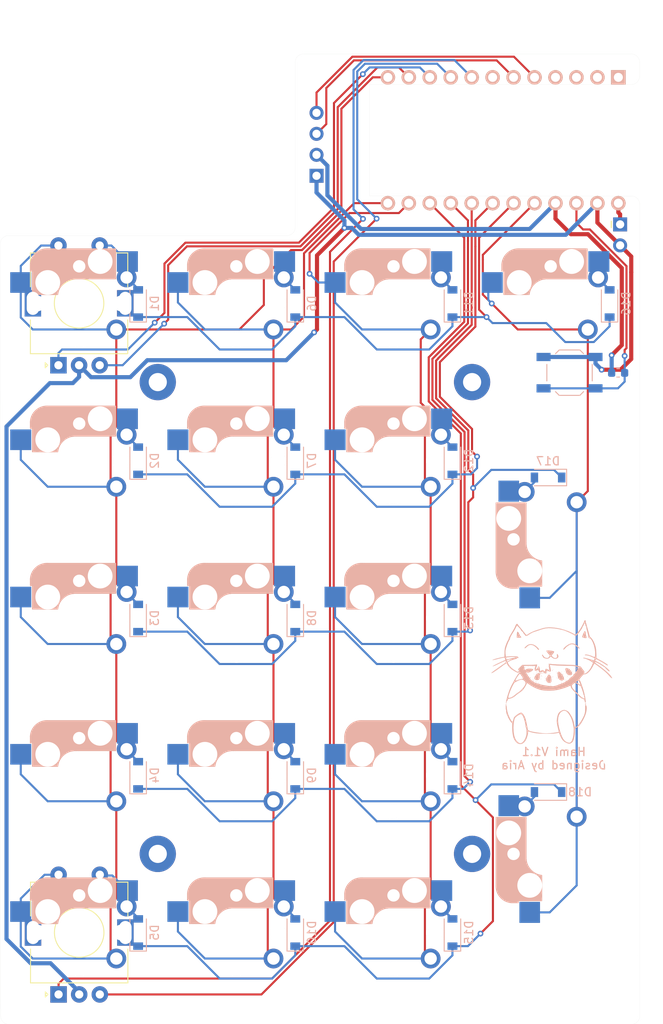
<source format=kicad_pcb>
(kicad_pcb (version 20171130) (host pcbnew "(5.1.6)-1")
  (layers (0 F.Cu signal) (31 B.Cu signal) (34 B.Paste user) (35 F.Paste user) (36 B.SilkS user) (37 F.SilkS user) (38 B.Mask user) (39 F.Mask user) (44 Edge.Cuts user))
  (net 0 "")
  (net 1 ROW1)
  (net 2 "Net-(D1-Pad2)")
  (net 3 ROW2)
  (net 4 "Net-(D2-Pad2)")
  (net 5 ROW3)
  (net 6 "Net-(D3-Pad2)")
  (net 7 ROW4)
  (net 8 "Net-(D4-Pad2)")
  (net 9 ROW5)
  (net 10 "Net-(D5-Pad2)")
  (net 11 "Net-(D6-Pad2)")
  (net 12 "Net-(D7-Pad2)")
  (net 13 "Net-(D8-Pad2)")
  (net 14 "Net-(D9-Pad2)")
  (net 15 "Net-(D11-Pad2)")
  (net 16 "Net-(D12-Pad2)")
  (net 17 "Net-(D13-Pad2)")
  (net 18 "Net-(D14-Pad2)")
  (net 19 "Net-(D15-Pad2)")
  (net 20 "Net-(D16-Pad2)")
  (net 21 "Net-(D17-Pad2)")
  (net 22 GND)
  (net 23 COL1)
  (net 24 COL2)
  (net 25 COL3)
  (net 26 COL4)
  (net 27 "Net-(D18-Pad2)")
  (net 28 VCC)
  (net 29 "Net-(U1-Pad1)")
  (net 30 "Net-(U1-Pad2)")
  (net 31 "Net-(U1-Pad7)")
  (net 32 RESET)
  (net 33 "Net-(J2-Pad1)")
  (net 34 "Net-(D10-Pad2)")
  (net 35 SDA)
  (net 36 SCL)
  (net 37 Rot_2B)
  (net 38 Rot_2A)
  (net 39 Rot_1B)
  (net 40 Rot_1A)
  (net 41 "Net-(U1-Pad4)")
  (net 42 "Net-(U1-Pad3)")
  (module Numpad:CherryMX_Hotswap_SMK (layer F.Cu) (at 155.575 101.6)
    (fp_text reference SW14 hide)
    (fp_text value MX hide)
    (pad "" np_thru_hole circle (at 0 4.5 90) (size 1.5 1.5) (drill 1.5) (layers *.Cu *.Mask))
    (pad 1 thru_hole circle (at 4.5 3.15 90) (size 2.4 2.4) (drill 1.5) (layers *.Cu *.Mask) (net 25 COL3))
    (pad 2 thru_hole circle (at 5.75 -3.15 90) (size 2.4 2.4) (drill 1.5) (layers *.Cu *.Mask) (net 17 "Net-(D13-Pad2)"))
    (pad "" np_thru_hole circle (at 2.54 -5.08) (size 3 3) (drill 3) (layers *.Cu *.Mask))
    (pad "" np_thru_hole circle (at -3.81 -2.54) (size 3 3) (drill 3) (layers *.Cu *.Mask))
    (pad 2 smd rect (at 5.842 -5.08 180) (size 2.55 2.5) (layers B.Cu B.Paste B.Mask) (net 17 "Net-(D13-Pad2)"))
    (pad "" np_thru_hole circle (at -5.08 0) (size 1.9 1.9) (drill 1.9) (layers *.Cu *.Mask))
    (pad "" np_thru_hole circle (at 5.08 0) (size 1.9 1.9) (drill 1.9) (layers *.Cu *.Mask))
    (pad "" np_thru_hole circle (at 0 0 90) (size 4.1 4.1) (drill 4.1) (layers *.Cu *.Mask))
    (pad 1 smd rect (at -7.085 -2.54 180) (size 2.55 2.5) (layers B.Cu B.Paste B.Mask) (net 25 COL3))
    (pad "" np_thru_hole circle (at 0 -4.5 270) (size 1.5 1.5) (drill 1.5) (layers *.Cu *.Mask))
  )
  (module Numpad:CherryMX_Hotswap_SMK (layer F.Cu) (at 136.525 101.6)
    (fp_text reference SW9 hide)
    (fp_text value MX hide)
    (pad "" np_thru_hole circle (at 0 4.5 90) (size 1.5 1.5) (drill 1.5) (layers *.Cu *.Mask))
    (pad 1 thru_hole circle (at 4.5 3.15 90) (size 2.4 2.4) (drill 1.5) (layers *.Cu *.Mask) (net 24 COL2))
    (pad 2 thru_hole circle (at 5.75 -3.15 90) (size 2.4 2.4) (drill 1.5) (layers *.Cu *.Mask) (net 13 "Net-(D8-Pad2)"))
    (pad "" np_thru_hole circle (at 2.54 -5.08) (size 3 3) (drill 3) (layers *.Cu *.Mask))
    (pad "" np_thru_hole circle (at -3.81 -2.54) (size 3 3) (drill 3) (layers *.Cu *.Mask))
    (pad 2 smd rect (at 5.842 -5.08 180) (size 2.55 2.5) (layers B.Cu B.Paste B.Mask) (net 13 "Net-(D8-Pad2)"))
    (pad "" np_thru_hole circle (at -5.08 0) (size 1.9 1.9) (drill 1.9) (layers *.Cu *.Mask))
    (pad "" np_thru_hole circle (at 5.08 0) (size 1.9 1.9) (drill 1.9) (layers *.Cu *.Mask))
    (pad "" np_thru_hole circle (at 0 0 90) (size 4.1 4.1) (drill 4.1) (layers *.Cu *.Mask))
    (pad 1 smd rect (at -7.085 -2.54 180) (size 2.55 2.5) (layers B.Cu B.Paste B.Mask) (net 24 COL2))
    (pad "" np_thru_hole circle (at 0 -4.5 270) (size 1.5 1.5) (drill 1.5) (layers *.Cu *.Mask))
  )
  (module Numpad:CherryMX_Hotswap_SMK (layer F.Cu) (at 155.575 82.55)
    (fp_text reference SW13 hide)
    (fp_text value MX hide)
    (pad "" np_thru_hole circle (at 0 4.5 90) (size 1.5 1.5) (drill 1.5) (layers *.Cu *.Mask))
    (pad 1 thru_hole circle (at 4.5 3.15 90) (size 2.4 2.4) (drill 1.5) (layers *.Cu *.Mask) (net 25 COL3))
    (pad 2 thru_hole circle (at 5.75 -3.15 90) (size 2.4 2.4) (drill 1.5) (layers *.Cu *.Mask) (net 16 "Net-(D12-Pad2)"))
    (pad "" np_thru_hole circle (at 2.54 -5.08) (size 3 3) (drill 3) (layers *.Cu *.Mask))
    (pad "" np_thru_hole circle (at -3.81 -2.54) (size 3 3) (drill 3) (layers *.Cu *.Mask))
    (pad 2 smd rect (at 5.842 -5.08 180) (size 2.55 2.5) (layers B.Cu B.Paste B.Mask) (net 16 "Net-(D12-Pad2)"))
    (pad "" np_thru_hole circle (at -5.08 0) (size 1.9 1.9) (drill 1.9) (layers *.Cu *.Mask))
    (pad "" np_thru_hole circle (at 5.08 0) (size 1.9 1.9) (drill 1.9) (layers *.Cu *.Mask))
    (pad "" np_thru_hole circle (at 0 0 90) (size 4.1 4.1) (drill 4.1) (layers *.Cu *.Mask))
    (pad 1 smd rect (at -7.085 -2.54 180) (size 2.55 2.5) (layers B.Cu B.Paste B.Mask) (net 25 COL3))
    (pad "" np_thru_hole circle (at 0 -4.5 270) (size 1.5 1.5) (drill 1.5) (layers *.Cu *.Mask))
  )
  (module Numpad:CherryMX_Hotswap_SMK (layer F.Cu) (at 136.525 63.5)
    (fp_text reference SW7 hide)
    (fp_text value MX hide)
    (pad "" np_thru_hole circle (at 0 4.5 90) (size 1.5 1.5) (drill 1.5) (layers *.Cu *.Mask))
    (pad 1 thru_hole circle (at 4.5 3.15 90) (size 2.4 2.4) (drill 1.5) (layers *.Cu *.Mask) (net 24 COL2))
    (pad 2 thru_hole circle (at 5.75 -3.15 90) (size 2.4 2.4) (drill 1.5) (layers *.Cu *.Mask) (net 11 "Net-(D6-Pad2)"))
    (pad "" np_thru_hole circle (at 2.54 -5.08) (size 3 3) (drill 3) (layers *.Cu *.Mask))
    (pad "" np_thru_hole circle (at -3.81 -2.54) (size 3 3) (drill 3) (layers *.Cu *.Mask))
    (pad 2 smd rect (at 5.842 -5.08 180) (size 2.55 2.5) (layers B.Cu B.Paste B.Mask) (net 11 "Net-(D6-Pad2)"))
    (pad "" np_thru_hole circle (at -5.08 0) (size 1.9 1.9) (drill 1.9) (layers *.Cu *.Mask))
    (pad "" np_thru_hole circle (at 5.08 0) (size 1.9 1.9) (drill 1.9) (layers *.Cu *.Mask))
    (pad "" np_thru_hole circle (at 0 0 90) (size 4.1 4.1) (drill 4.1) (layers *.Cu *.Mask))
    (pad 1 smd rect (at -7.085 -2.54 180) (size 2.55 2.5) (layers B.Cu B.Paste B.Mask) (net 24 COL2))
    (pad "" np_thru_hole circle (at 0 -4.5 270) (size 1.5 1.5) (drill 1.5) (layers *.Cu *.Mask))
  )
  (module Numpad:CherryMX_Hotswap_SMK (layer F.Cu) (at 155.575 63.5)
    (fp_text reference SW12 hide)
    (fp_text value MX hide)
    (pad "" np_thru_hole circle (at 0 4.5 90) (size 1.5 1.5) (drill 1.5) (layers *.Cu *.Mask))
    (pad 1 thru_hole circle (at 4.5 3.15 90) (size 2.4 2.4) (drill 1.5) (layers *.Cu *.Mask) (net 25 COL3))
    (pad 2 thru_hole circle (at 5.75 -3.15 90) (size 2.4 2.4) (drill 1.5) (layers *.Cu *.Mask) (net 15 "Net-(D11-Pad2)"))
    (pad "" np_thru_hole circle (at 2.54 -5.08) (size 3 3) (drill 3) (layers *.Cu *.Mask))
    (pad "" np_thru_hole circle (at -3.81 -2.54) (size 3 3) (drill 3) (layers *.Cu *.Mask))
    (pad 2 smd rect (at 5.842 -5.08 180) (size 2.55 2.5) (layers B.Cu B.Paste B.Mask) (net 15 "Net-(D11-Pad2)"))
    (pad "" np_thru_hole circle (at -5.08 0) (size 1.9 1.9) (drill 1.9) (layers *.Cu *.Mask))
    (pad "" np_thru_hole circle (at 5.08 0) (size 1.9 1.9) (drill 1.9) (layers *.Cu *.Mask))
    (pad "" np_thru_hole circle (at 0 0 90) (size 4.1 4.1) (drill 4.1) (layers *.Cu *.Mask))
    (pad 1 smd rect (at -7.085 -2.54 180) (size 2.55 2.5) (layers B.Cu B.Paste B.Mask) (net 25 COL3))
    (pad "" np_thru_hole circle (at 0 -4.5 270) (size 1.5 1.5) (drill 1.5) (layers *.Cu *.Mask))
  )
  (module Rotary_Encoder:RotaryEncoder_Alps_EC11E-Switch_Vertical_H20mm (layer F.Cu) (at 117.475 139.7 90)
    (fp_text reference SW21 hide)
    (fp_text value Rot_2)
    (pad MP thru_hole rect (at 0 5.6 90) (size 3.2 2) (drill oval 2.8 1.5) (layers *.Cu *.Mask))
    (pad MP thru_hole rect (at 0 -5.6 90) (size 3.2 2) (drill oval 2.8 1.5) (layers *.Cu *.Mask))
    (pad S1 thru_hole circle (at 7 2.5 90) (size 2 2) (drill 1) (layers *.Cu *.Mask) (net 10 "Net-(D5-Pad2)"))
    (pad B thru_hole circle (at -7.5 2.5 90) (size 2 2) (drill 1) (layers *.Cu *.Mask) (net 37 Rot_2B))
    (pad C thru_hole circle (at -7.5 0 90) (size 2 2) (drill 1) (layers *.Cu *.Mask) (net 22 GND))
    (pad A thru_hole rect (at -7.5 -2.5 90) (size 2 2) (drill 1) (layers *.Cu *.Mask) (net 38 Rot_2A))
    (pad S2 thru_hole circle (at 7 -2.5 90) (size 2 2) (drill 1) (layers *.Cu *.Mask) (net 23 COL1))
  )
  (module Rotary_Encoder:RotaryEncoder_Alps_EC11E-Switch_Vertical_H20mm (layer F.Cu) (at 117.461 63.481999 90)
    (fp_text reference SW20 hide)
    (fp_text value Rot_1)
    (pad MP thru_hole rect (at 0 5.6 90) (size 3.2 2) (drill oval 2.8 1.5) (layers *.Cu *.Mask))
    (pad MP thru_hole rect (at 0 -5.6 90) (size 3.2 2) (drill oval 2.8 1.5) (layers *.Cu *.Mask))
    (pad S1 thru_hole circle (at 7 2.5 90) (size 2 2) (drill 1) (layers *.Cu *.Mask) (net 2 "Net-(D1-Pad2)"))
    (pad B thru_hole circle (at -7.5 2.5 90) (size 2 2) (drill 1) (layers *.Cu *.Mask) (net 39 Rot_1B))
    (pad C thru_hole circle (at -7.5 0 90) (size 2 2) (drill 1) (layers *.Cu *.Mask) (net 22 GND))
    (pad A thru_hole rect (at -7.5 -2.5 90) (size 2 2) (drill 1) (layers *.Cu *.Mask) (net 40 Rot_1A))
    (pad S2 thru_hole circle (at 7 -2.5 90) (size 2 2) (drill 1) (layers *.Cu *.Mask) (net 23 COL1))
  )
  (module Numpad:ArduinoProMicro_Blank (layer F.Cu) (at 168.8592 43.728 180)
    (fp_text reference U1 hide)
    (fp_text value ProMicro hide)
    (pad 1 thru_hole rect (at -13.97 7.62 180) (size 1.7526 1.7526) (drill 1.0922) (layers *.Cu *.SilkS *.Mask) (net 29 "Net-(U1-Pad1)"))
    (pad 2 thru_hole circle (at -11.43 7.62 180) (size 1.7526 1.7526) (drill 1.0922) (layers *.Cu *.SilkS *.Mask) (net 30 "Net-(U1-Pad2)"))
    (pad 3 thru_hole circle (at -8.89 7.62 180) (size 1.7526 1.7526) (drill 1.0922) (layers *.Cu *.SilkS *.Mask) (net 42 "Net-(U1-Pad3)"))
    (pad 4 thru_hole circle (at -6.35 7.62 180) (size 1.7526 1.7526) (drill 1.0922) (layers *.Cu *.SilkS *.Mask) (net 41 "Net-(U1-Pad4)"))
    (pad 5 thru_hole circle (at -3.81 7.62 180) (size 1.7526 1.7526) (drill 1.0922) (layers *.Cu *.SilkS *.Mask) (net 35 SDA))
    (pad 6 thru_hole circle (at -1.27 7.62 180) (size 1.7526 1.7526) (drill 1.0922) (layers *.Cu *.SilkS *.Mask) (net 36 SCL))
    (pad 7 thru_hole circle (at 1.27 7.62 180) (size 1.7526 1.7526) (drill 1.0922) (layers *.Cu *.SilkS *.Mask) (net 31 "Net-(U1-Pad7)"))
    (pad 8 thru_hole circle (at 3.81 7.62 180) (size 1.7526 1.7526) (drill 1.0922) (layers *.Cu *.SilkS *.Mask) (net 38 Rot_2A))
    (pad 9 thru_hole circle (at 6.35 7.62 180) (size 1.7526 1.7526) (drill 1.0922) (layers *.Cu *.SilkS *.Mask) (net 37 Rot_2B))
    (pad 10 thru_hole circle (at 8.89 7.62 180) (size 1.7526 1.7526) (drill 1.0922) (layers *.Cu *.SilkS *.Mask) (net 40 Rot_1A))
    (pad 11 thru_hole circle (at 11.43 7.62 180) (size 1.7526 1.7526) (drill 1.0922) (layers *.Cu *.SilkS *.Mask) (net 39 Rot_1B))
    (pad 13 thru_hole circle (at 13.97 -7.62 180) (size 1.7526 1.7526) (drill 1.0922) (layers *.Cu *.SilkS *.Mask) (net 24 COL2))
    (pad 14 thru_hole circle (at 11.43 -7.62 180) (size 1.7526 1.7526) (drill 1.0922) (layers *.Cu *.SilkS *.Mask) (net 25 COL3))
    (pad 15 thru_hole circle (at 8.89 -7.62 180) (size 1.7526 1.7526) (drill 1.0922) (layers *.Cu *.SilkS *.Mask) (net 9 ROW5))
    (pad 16 thru_hole circle (at 6.35 -7.62 180) (size 1.7526 1.7526) (drill 1.0922) (layers *.Cu *.SilkS *.Mask) (net 7 ROW4))
    (pad 17 thru_hole circle (at 3.81 -7.62 180) (size 1.7526 1.7526) (drill 1.0922) (layers *.Cu *.SilkS *.Mask) (net 5 ROW3))
    (pad 18 thru_hole circle (at 1.27 -7.62 180) (size 1.7526 1.7526) (drill 1.0922) (layers *.Cu *.SilkS *.Mask) (net 3 ROW2))
    (pad 19 thru_hole circle (at -1.27 -7.62 180) (size 1.7526 1.7526) (drill 1.0922) (layers *.Cu *.SilkS *.Mask) (net 1 ROW1))
    (pad 20 thru_hole circle (at -3.81 -7.62 180) (size 1.7526 1.7526) (drill 1.0922) (layers *.Cu *.SilkS *.Mask) (net 26 COL4))
    (pad 21 thru_hole circle (at -6.35 -7.62 180) (size 1.7526 1.7526) (drill 1.0922) (layers *.Cu *.SilkS *.Mask) (net 28 VCC))
    (pad 22 thru_hole circle (at -8.89 -7.62 180) (size 1.7526 1.7526) (drill 1.0922) (layers *.Cu *.SilkS *.Mask) (net 32 RESET))
    (pad 23 thru_hole circle (at -11.43 -7.62 180) (size 1.7526 1.7526) (drill 1.0922) (layers *.Cu *.SilkS *.Mask) (net 22 GND))
    (pad 12 thru_hole circle (at 13.97 7.62 180) (size 1.7526 1.7526) (drill 1.0922) (layers *.Cu *.SilkS *.Mask) (net 23 COL1))
    (pad 24 thru_hole circle (at -13.97 -7.62 180) (size 1.7526 1.7526) (drill 1.0922) (layers *.Cu *.SilkS *.Mask) (net 33 "Net-(J2-Pad1)"))
  )
  (module Numpad:CherryMX_Hotswap_2u_SMK (layer F.Cu) (at 174.625 130.175 90)
    (fp_text reference SW19 hide)
    (fp_text value MX hide)
    (pad 1 smd rect (at -7.085 -2.54 270) (size 2.55 2.5) (layers B.Cu B.Paste B.Mask) (net 26 COL4))
    (pad "" np_thru_hole circle (at 0 0 180) (size 4.1 4.1) (drill 4.1) (layers *.Cu *.Mask))
    (pad "" np_thru_hole circle (at 5.08 0 90) (size 1.9 1.9) (drill 1.9) (layers *.Cu *.Mask))
    (pad "" np_thru_hole circle (at -5.08 0 90) (size 1.9 1.9) (drill 1.9) (layers *.Cu *.Mask))
    (pad 2 smd rect (at 5.842 -5.08 270) (size 2.55 2.5) (layers B.Cu B.Paste B.Mask) (net 27 "Net-(D18-Pad2)"))
    (pad "" np_thru_hole circle (at -3.81 -2.54 90) (size 3 3) (drill 3) (layers *.Cu *.Mask))
    (pad "" np_thru_hole circle (at 2.54 -5.08 90) (size 3 3) (drill 3) (layers *.Cu *.Mask))
    (pad HOLE np_thru_hole circle (at 11.938 8.255 90) (size 3.9878 3.9878) (drill 3.9878) (layers *.Cu))
    (pad HOLE np_thru_hole circle (at -11.938 8.255 90) (size 3.9878 3.9878) (drill 3.9878) (layers *.Cu))
    (pad HOLE np_thru_hole circle (at 11.938 -6.985 90) (size 3.048 3.048) (drill 3.048) (layers *.Cu))
    (pad HOLE np_thru_hole circle (at -11.938 -6.985 90) (size 3.048 3.048) (drill 3.048) (layers *.Cu))
    (pad "" np_thru_hole circle (at 0 -4.5) (size 1.5 1.5) (drill 1.5) (layers *.Cu *.Mask))
    (pad 1 thru_hole circle (at 4.5 3.15 180) (size 2.4 2.4) (drill 1.5) (layers *.Cu *.Mask) (net 26 COL4))
    (pad 2 thru_hole circle (at 5.75 -3.15 180) (size 2.4 2.4) (drill 1.5) (layers *.Cu *.Mask) (net 27 "Net-(D18-Pad2)"))
    (pad "" np_thru_hole circle (at 0 4.5 180) (size 1.5 1.5) (drill 1.5) (layers *.Cu *.Mask))
  )
  (module Numpad:CherryMX_Hotswap_2u_SMK (layer F.Cu) (at 174.625 92.075 90)
    (fp_text reference SW18 hide)
    (fp_text value MX hide)
    (pad 1 smd rect (at -7.085 -2.54 270) (size 2.55 2.5) (layers B.Cu B.Paste B.Mask) (net 26 COL4))
    (pad "" np_thru_hole circle (at 0 0 180) (size 4.1 4.1) (drill 4.1) (layers *.Cu *.Mask))
    (pad "" np_thru_hole circle (at 5.08 0 90) (size 1.9 1.9) (drill 1.9) (layers *.Cu *.Mask))
    (pad "" np_thru_hole circle (at -5.08 0 90) (size 1.9 1.9) (drill 1.9) (layers *.Cu *.Mask))
    (pad 2 smd rect (at 5.842 -5.08 270) (size 2.55 2.5) (layers B.Cu B.Paste B.Mask) (net 21 "Net-(D17-Pad2)"))
    (pad "" np_thru_hole circle (at -3.81 -2.54 90) (size 3 3) (drill 3) (layers *.Cu *.Mask))
    (pad "" np_thru_hole circle (at 2.54 -5.08 90) (size 3 3) (drill 3) (layers *.Cu *.Mask))
    (pad HOLE np_thru_hole circle (at 11.938 8.255 90) (size 3.9878 3.9878) (drill 3.9878) (layers *.Cu))
    (pad HOLE np_thru_hole circle (at -11.938 8.255 90) (size 3.9878 3.9878) (drill 3.9878) (layers *.Cu))
    (pad HOLE np_thru_hole circle (at 11.938 -6.985 90) (size 3.048 3.048) (drill 3.048) (layers *.Cu))
    (pad HOLE np_thru_hole circle (at -11.938 -6.985 90) (size 3.048 3.048) (drill 3.048) (layers *.Cu))
    (pad "" np_thru_hole circle (at 0 -4.5) (size 1.5 1.5) (drill 1.5) (layers *.Cu *.Mask))
    (pad 1 thru_hole circle (at 4.5 3.15 180) (size 2.4 2.4) (drill 1.5) (layers *.Cu *.Mask) (net 26 COL4))
    (pad 2 thru_hole circle (at 5.75 -3.15 180) (size 2.4 2.4) (drill 1.5) (layers *.Cu *.Mask) (net 21 "Net-(D17-Pad2)"))
    (pad "" np_thru_hole circle (at 0 4.5 180) (size 1.5 1.5) (drill 1.5) (layers *.Cu *.Mask))
  )
  (module Numpad:CherryMX_Hotswap_SMK (layer F.Cu) (at 174.625 63.5)
    (fp_text reference SW17 hide)
    (fp_text value MX hide)
    (pad "" np_thru_hole circle (at 0 4.5 90) (size 1.5 1.5) (drill 1.5) (layers *.Cu *.Mask))
    (pad 1 thru_hole circle (at 4.5 3.15 90) (size 2.4 2.4) (drill 1.5) (layers *.Cu *.Mask) (net 26 COL4))
    (pad 2 thru_hole circle (at 5.75 -3.15 90) (size 2.4 2.4) (drill 1.5) (layers *.Cu *.Mask) (net 20 "Net-(D16-Pad2)"))
    (pad "" np_thru_hole circle (at 2.54 -5.08) (size 3 3) (drill 3) (layers *.Cu *.Mask))
    (pad "" np_thru_hole circle (at -3.81 -2.54) (size 3 3) (drill 3) (layers *.Cu *.Mask))
    (pad 2 smd rect (at 5.842 -5.08 180) (size 2.55 2.5) (layers B.Cu B.Paste B.Mask) (net 20 "Net-(D16-Pad2)"))
    (pad "" np_thru_hole circle (at -5.08 0) (size 1.9 1.9) (drill 1.9) (layers *.Cu *.Mask))
    (pad "" np_thru_hole circle (at 5.08 0) (size 1.9 1.9) (drill 1.9) (layers *.Cu *.Mask))
    (pad "" np_thru_hole circle (at 0 0 90) (size 4.1 4.1) (drill 4.1) (layers *.Cu *.Mask))
    (pad 1 smd rect (at -7.085 -2.54 180) (size 2.55 2.5) (layers B.Cu B.Paste B.Mask) (net 26 COL4))
    (pad "" np_thru_hole circle (at 0 -4.5 270) (size 1.5 1.5) (drill 1.5) (layers *.Cu *.Mask))
  )
  (module Numpad:CherryMX_Hotswap_SMK (layer F.Cu) (at 155.575 139.7)
    (fp_text reference SW16 hide)
    (fp_text value MX hide)
    (pad "" np_thru_hole circle (at 0 4.5 90) (size 1.5 1.5) (drill 1.5) (layers *.Cu *.Mask))
    (pad 1 thru_hole circle (at 4.5 3.15 90) (size 2.4 2.4) (drill 1.5) (layers *.Cu *.Mask) (net 25 COL3))
    (pad 2 thru_hole circle (at 5.75 -3.15 90) (size 2.4 2.4) (drill 1.5) (layers *.Cu *.Mask) (net 19 "Net-(D15-Pad2)"))
    (pad "" np_thru_hole circle (at 2.54 -5.08) (size 3 3) (drill 3) (layers *.Cu *.Mask))
    (pad "" np_thru_hole circle (at -3.81 -2.54) (size 3 3) (drill 3) (layers *.Cu *.Mask))
    (pad 2 smd rect (at 5.842 -5.08 180) (size 2.55 2.5) (layers B.Cu B.Paste B.Mask) (net 19 "Net-(D15-Pad2)"))
    (pad "" np_thru_hole circle (at -5.08 0) (size 1.9 1.9) (drill 1.9) (layers *.Cu *.Mask))
    (pad "" np_thru_hole circle (at 5.08 0) (size 1.9 1.9) (drill 1.9) (layers *.Cu *.Mask))
    (pad "" np_thru_hole circle (at 0 0 90) (size 4.1 4.1) (drill 4.1) (layers *.Cu *.Mask))
    (pad 1 smd rect (at -7.085 -2.54 180) (size 2.55 2.5) (layers B.Cu B.Paste B.Mask) (net 25 COL3))
    (pad "" np_thru_hole circle (at 0 -4.5 270) (size 1.5 1.5) (drill 1.5) (layers *.Cu *.Mask))
  )
  (module Numpad:CherryMX_Hotswap_SMK (layer F.Cu) (at 155.575 120.65)
    (fp_text reference SW15 hide)
    (fp_text value MX hide)
    (pad "" np_thru_hole circle (at 0 4.5 90) (size 1.5 1.5) (drill 1.5) (layers *.Cu *.Mask))
    (pad 1 thru_hole circle (at 4.5 3.15 90) (size 2.4 2.4) (drill 1.5) (layers *.Cu *.Mask) (net 25 COL3))
    (pad 2 thru_hole circle (at 5.75 -3.15 90) (size 2.4 2.4) (drill 1.5) (layers *.Cu *.Mask) (net 18 "Net-(D14-Pad2)"))
    (pad "" np_thru_hole circle (at 2.54 -5.08) (size 3 3) (drill 3) (layers *.Cu *.Mask))
    (pad "" np_thru_hole circle (at -3.81 -2.54) (size 3 3) (drill 3) (layers *.Cu *.Mask))
    (pad 2 smd rect (at 5.842 -5.08 180) (size 2.55 2.5) (layers B.Cu B.Paste B.Mask) (net 18 "Net-(D14-Pad2)"))
    (pad "" np_thru_hole circle (at -5.08 0) (size 1.9 1.9) (drill 1.9) (layers *.Cu *.Mask))
    (pad "" np_thru_hole circle (at 5.08 0) (size 1.9 1.9) (drill 1.9) (layers *.Cu *.Mask))
    (pad "" np_thru_hole circle (at 0 0 90) (size 4.1 4.1) (drill 4.1) (layers *.Cu *.Mask))
    (pad 1 smd rect (at -7.085 -2.54 180) (size 2.55 2.5) (layers B.Cu B.Paste B.Mask) (net 25 COL3))
    (pad "" np_thru_hole circle (at 0 -4.5 270) (size 1.5 1.5) (drill 1.5) (layers *.Cu *.Mask))
  )
  (module Numpad:CherryMX_Hotswap_SMK (layer F.Cu) (at 136.525 139.7)
    (fp_text reference SW11 hide)
    (fp_text value MX hide)
    (pad "" np_thru_hole circle (at 0 4.5 90) (size 1.5 1.5) (drill 1.5) (layers *.Cu *.Mask))
    (pad 1 thru_hole circle (at 4.5 3.15 90) (size 2.4 2.4) (drill 1.5) (layers *.Cu *.Mask) (net 24 COL2))
    (pad 2 thru_hole circle (at 5.75 -3.15 90) (size 2.4 2.4) (drill 1.5) (layers *.Cu *.Mask) (net 34 "Net-(D10-Pad2)"))
    (pad "" np_thru_hole circle (at 2.54 -5.08) (size 3 3) (drill 3) (layers *.Cu *.Mask))
    (pad "" np_thru_hole circle (at -3.81 -2.54) (size 3 3) (drill 3) (layers *.Cu *.Mask))
    (pad 2 smd rect (at 5.842 -5.08 180) (size 2.55 2.5) (layers B.Cu B.Paste B.Mask) (net 34 "Net-(D10-Pad2)"))
    (pad "" np_thru_hole circle (at -5.08 0) (size 1.9 1.9) (drill 1.9) (layers *.Cu *.Mask))
    (pad "" np_thru_hole circle (at 5.08 0) (size 1.9 1.9) (drill 1.9) (layers *.Cu *.Mask))
    (pad "" np_thru_hole circle (at 0 0 90) (size 4.1 4.1) (drill 4.1) (layers *.Cu *.Mask))
    (pad 1 smd rect (at -7.085 -2.54 180) (size 2.55 2.5) (layers B.Cu B.Paste B.Mask) (net 24 COL2))
    (pad "" np_thru_hole circle (at 0 -4.5 270) (size 1.5 1.5) (drill 1.5) (layers *.Cu *.Mask))
  )
  (module Numpad:CherryMX_Hotswap_SMK (layer F.Cu) (at 136.525 120.65)
    (fp_text reference SW10 hide)
    (fp_text value MX hide)
    (pad "" np_thru_hole circle (at 0 4.5 90) (size 1.5 1.5) (drill 1.5) (layers *.Cu *.Mask))
    (pad 1 thru_hole circle (at 4.5 3.15 90) (size 2.4 2.4) (drill 1.5) (layers *.Cu *.Mask) (net 24 COL2))
    (pad 2 thru_hole circle (at 5.75 -3.15 90) (size 2.4 2.4) (drill 1.5) (layers *.Cu *.Mask) (net 14 "Net-(D9-Pad2)"))
    (pad "" np_thru_hole circle (at 2.54 -5.08) (size 3 3) (drill 3) (layers *.Cu *.Mask))
    (pad "" np_thru_hole circle (at -3.81 -2.54) (size 3 3) (drill 3) (layers *.Cu *.Mask))
    (pad 2 smd rect (at 5.842 -5.08 180) (size 2.55 2.5) (layers B.Cu B.Paste B.Mask) (net 14 "Net-(D9-Pad2)"))
    (pad "" np_thru_hole circle (at -5.08 0) (size 1.9 1.9) (drill 1.9) (layers *.Cu *.Mask))
    (pad "" np_thru_hole circle (at 5.08 0) (size 1.9 1.9) (drill 1.9) (layers *.Cu *.Mask))
    (pad "" np_thru_hole circle (at 0 0 90) (size 4.1 4.1) (drill 4.1) (layers *.Cu *.Mask))
    (pad 1 smd rect (at -7.085 -2.54 180) (size 2.55 2.5) (layers B.Cu B.Paste B.Mask) (net 24 COL2))
    (pad "" np_thru_hole circle (at 0 -4.5 270) (size 1.5 1.5) (drill 1.5) (layers *.Cu *.Mask))
  )
  (module Numpad:CherryMX_Hotswap_SMK (layer F.Cu) (at 136.525 82.55)
    (fp_text reference SW8 hide)
    (fp_text value MX hide)
    (pad "" np_thru_hole circle (at 0 4.5 90) (size 1.5 1.5) (drill 1.5) (layers *.Cu *.Mask))
    (pad 1 thru_hole circle (at 4.5 3.15 90) (size 2.4 2.4) (drill 1.5) (layers *.Cu *.Mask) (net 24 COL2))
    (pad 2 thru_hole circle (at 5.75 -3.15 90) (size 2.4 2.4) (drill 1.5) (layers *.Cu *.Mask) (net 12 "Net-(D7-Pad2)"))
    (pad "" np_thru_hole circle (at 2.54 -5.08) (size 3 3) (drill 3) (layers *.Cu *.Mask))
    (pad "" np_thru_hole circle (at -3.81 -2.54) (size 3 3) (drill 3) (layers *.Cu *.Mask))
    (pad 2 smd rect (at 5.842 -5.08 180) (size 2.55 2.5) (layers B.Cu B.Paste B.Mask) (net 12 "Net-(D7-Pad2)"))
    (pad "" np_thru_hole circle (at -5.08 0) (size 1.9 1.9) (drill 1.9) (layers *.Cu *.Mask))
    (pad "" np_thru_hole circle (at 5.08 0) (size 1.9 1.9) (drill 1.9) (layers *.Cu *.Mask))
    (pad "" np_thru_hole circle (at 0 0 90) (size 4.1 4.1) (drill 4.1) (layers *.Cu *.Mask))
    (pad 1 smd rect (at -7.085 -2.54 180) (size 2.55 2.5) (layers B.Cu B.Paste B.Mask) (net 24 COL2))
    (pad "" np_thru_hole circle (at 0 -4.5 270) (size 1.5 1.5) (drill 1.5) (layers *.Cu *.Mask))
  )
  (module Numpad:CherryMX_Hotswap_SMK (layer F.Cu) (at 117.475 139.7)
    (fp_text reference SW6 hide)
    (fp_text value MX hide)
    (pad "" np_thru_hole circle (at 0 4.5 90) (size 1.5 1.5) (drill 1.5) (layers *.Cu *.Mask))
    (pad 1 thru_hole circle (at 4.5 3.15 90) (size 2.4 2.4) (drill 1.5) (layers *.Cu *.Mask) (net 23 COL1))
    (pad 2 thru_hole circle (at 5.75 -3.15 90) (size 2.4 2.4) (drill 1.5) (layers *.Cu *.Mask) (net 10 "Net-(D5-Pad2)"))
    (pad "" np_thru_hole circle (at 2.54 -5.08) (size 3 3) (drill 3) (layers *.Cu *.Mask))
    (pad "" np_thru_hole circle (at -3.81 -2.54) (size 3 3) (drill 3) (layers *.Cu *.Mask))
    (pad 2 smd rect (at 5.842 -5.08 180) (size 2.55 2.5) (layers B.Cu B.Paste B.Mask) (net 10 "Net-(D5-Pad2)"))
    (pad "" np_thru_hole circle (at -5.08 0) (size 1.9 1.9) (drill 1.9) (layers *.Cu *.Mask))
    (pad "" np_thru_hole circle (at 5.08 0) (size 1.9 1.9) (drill 1.9) (layers *.Cu *.Mask))
    (pad "" np_thru_hole circle (at 0 0 90) (size 4.1 4.1) (drill 4.1) (layers *.Cu *.Mask))
    (pad 1 smd rect (at -7.085 -2.54 180) (size 2.55 2.5) (layers B.Cu B.Paste B.Mask) (net 23 COL1))
    (pad "" np_thru_hole circle (at 0 -4.5 270) (size 1.5 1.5) (drill 1.5) (layers *.Cu *.Mask))
  )
  (module Numpad:CherryMX_Hotswap_SMK (layer F.Cu) (at 117.475 120.65)
    (fp_text reference SW5 hide)
    (fp_text value MX hide)
    (pad "" np_thru_hole circle (at 0 4.5 90) (size 1.5 1.5) (drill 1.5) (layers *.Cu *.Mask))
    (pad 1 thru_hole circle (at 4.5 3.15 90) (size 2.4 2.4) (drill 1.5) (layers *.Cu *.Mask) (net 23 COL1))
    (pad 2 thru_hole circle (at 5.75 -3.15 90) (size 2.4 2.4) (drill 1.5) (layers *.Cu *.Mask) (net 8 "Net-(D4-Pad2)"))
    (pad "" np_thru_hole circle (at 2.54 -5.08) (size 3 3) (drill 3) (layers *.Cu *.Mask))
    (pad "" np_thru_hole circle (at -3.81 -2.54) (size 3 3) (drill 3) (layers *.Cu *.Mask))
    (pad 2 smd rect (at 5.842 -5.08 180) (size 2.55 2.5) (layers B.Cu B.Paste B.Mask) (net 8 "Net-(D4-Pad2)"))
    (pad "" np_thru_hole circle (at -5.08 0) (size 1.9 1.9) (drill 1.9) (layers *.Cu *.Mask))
    (pad "" np_thru_hole circle (at 5.08 0) (size 1.9 1.9) (drill 1.9) (layers *.Cu *.Mask))
    (pad "" np_thru_hole circle (at 0 0 90) (size 4.1 4.1) (drill 4.1) (layers *.Cu *.Mask))
    (pad 1 smd rect (at -7.085 -2.54 180) (size 2.55 2.5) (layers B.Cu B.Paste B.Mask) (net 23 COL1))
    (pad "" np_thru_hole circle (at 0 -4.5 270) (size 1.5 1.5) (drill 1.5) (layers *.Cu *.Mask))
  )
  (module Numpad:CherryMX_Hotswap_SMK (layer F.Cu) (at 117.475 101.6)
    (fp_text reference SW4 hide)
    (fp_text value MX hide)
    (pad "" np_thru_hole circle (at 0 4.5 90) (size 1.5 1.5) (drill 1.5) (layers *.Cu *.Mask))
    (pad 1 thru_hole circle (at 4.5 3.15 90) (size 2.4 2.4) (drill 1.5) (layers *.Cu *.Mask) (net 23 COL1))
    (pad 2 thru_hole circle (at 5.75 -3.15 90) (size 2.4 2.4) (drill 1.5) (layers *.Cu *.Mask) (net 6 "Net-(D3-Pad2)"))
    (pad "" np_thru_hole circle (at 2.54 -5.08) (size 3 3) (drill 3) (layers *.Cu *.Mask))
    (pad "" np_thru_hole circle (at -3.81 -2.54) (size 3 3) (drill 3) (layers *.Cu *.Mask))
    (pad 2 smd rect (at 5.842 -5.08 180) (size 2.55 2.5) (layers B.Cu B.Paste B.Mask) (net 6 "Net-(D3-Pad2)"))
    (pad "" np_thru_hole circle (at -5.08 0) (size 1.9 1.9) (drill 1.9) (layers *.Cu *.Mask))
    (pad "" np_thru_hole circle (at 5.08 0) (size 1.9 1.9) (drill 1.9) (layers *.Cu *.Mask))
    (pad "" np_thru_hole circle (at 0 0 90) (size 4.1 4.1) (drill 4.1) (layers *.Cu *.Mask))
    (pad 1 smd rect (at -7.085 -2.54 180) (size 2.55 2.5) (layers B.Cu B.Paste B.Mask) (net 23 COL1))
    (pad "" np_thru_hole circle (at 0 -4.5 270) (size 1.5 1.5) (drill 1.5) (layers *.Cu *.Mask))
  )
  (module Numpad:CherryMX_Hotswap_SMK (layer F.Cu) (at 117.475 82.55)
    (fp_text reference SW3 hide)
    (fp_text value MX hide)
    (pad "" np_thru_hole circle (at 0 4.5 90) (size 1.5 1.5) (drill 1.5) (layers *.Cu *.Mask))
    (pad 1 thru_hole circle (at 4.5 3.15 90) (size 2.4 2.4) (drill 1.5) (layers *.Cu *.Mask) (net 23 COL1))
    (pad 2 thru_hole circle (at 5.75 -3.15 90) (size 2.4 2.4) (drill 1.5) (layers *.Cu *.Mask) (net 4 "Net-(D2-Pad2)"))
    (pad "" np_thru_hole circle (at 2.54 -5.08) (size 3 3) (drill 3) (layers *.Cu *.Mask))
    (pad "" np_thru_hole circle (at -3.81 -2.54) (size 3 3) (drill 3) (layers *.Cu *.Mask))
    (pad 2 smd rect (at 5.842 -5.08 180) (size 2.55 2.5) (layers B.Cu B.Paste B.Mask) (net 4 "Net-(D2-Pad2)"))
    (pad "" np_thru_hole circle (at -5.08 0) (size 1.9 1.9) (drill 1.9) (layers *.Cu *.Mask))
    (pad "" np_thru_hole circle (at 5.08 0) (size 1.9 1.9) (drill 1.9) (layers *.Cu *.Mask))
    (pad "" np_thru_hole circle (at 0 0 90) (size 4.1 4.1) (drill 4.1) (layers *.Cu *.Mask))
    (pad 1 smd rect (at -7.085 -2.54 180) (size 2.55 2.5) (layers B.Cu B.Paste B.Mask) (net 23 COL1))
    (pad "" np_thru_hole circle (at 0 -4.5 270) (size 1.5 1.5) (drill 1.5) (layers *.Cu *.Mask))
  )
  (module Numpad:CherryMX_Hotswap_SMK (layer F.Cu) (at 117.475 63.5)
    (fp_text reference SW2 hide)
    (fp_text value MX hide)
    (pad "" np_thru_hole circle (at 0 4.5 90) (size 1.5 1.5) (drill 1.5) (layers *.Cu *.Mask))
    (pad 1 thru_hole circle (at 4.5 3.15 90) (size 2.4 2.4) (drill 1.5) (layers *.Cu *.Mask) (net 23 COL1))
    (pad 2 thru_hole circle (at 5.75 -3.15 90) (size 2.4 2.4) (drill 1.5) (layers *.Cu *.Mask) (net 2 "Net-(D1-Pad2)"))
    (pad "" np_thru_hole circle (at 2.54 -5.08) (size 3 3) (drill 3) (layers *.Cu *.Mask))
    (pad "" np_thru_hole circle (at -3.81 -2.54) (size 3 3) (drill 3) (layers *.Cu *.Mask))
    (pad 2 smd rect (at 5.842 -5.08 180) (size 2.55 2.5) (layers B.Cu B.Paste B.Mask) (net 2 "Net-(D1-Pad2)"))
    (pad "" np_thru_hole circle (at -5.08 0) (size 1.9 1.9) (drill 1.9) (layers *.Cu *.Mask))
    (pad "" np_thru_hole circle (at 5.08 0) (size 1.9 1.9) (drill 1.9) (layers *.Cu *.Mask))
    (pad "" np_thru_hole circle (at 0 0 90) (size 4.1 4.1) (drill 4.1) (layers *.Cu *.Mask))
    (pad 1 smd rect (at -7.085 -2.54 180) (size 2.55 2.5) (layers B.Cu B.Paste B.Mask) (net 23 COL1))
    (pad "" np_thru_hole circle (at 0 -4.5 270) (size 1.5 1.5) (drill 1.5) (layers *.Cu *.Mask))
  )
  (module Numpad:Battery_Solder_Points (layer F.Cu) (at 183.042901 53.921797)
    (fp_text reference J2 hide)
    (fp_text value BAT)
    (fp_text user - (at -1.143 0 270) (layer F.SilkS))
    (pad 2 thru_hole oval (at 0 2.54) (size 1.7 1.7) (drill 1) (layers *.Cu *.Mask) (net 22 GND))
    (pad 1 thru_hole rect (at 0 0) (size 1.7 1.7) (drill 1) (layers *.Cu *.Mask) (net 33 "Net-(J2-Pad1)"))
  )
  (module Numpad:PinHeader_1x04_P2.54mm_Vertical_No_Silk (layer F.Cu) (at 146.242901 44.221797 180)
    (fp_text reference J1 hide)
    (fp_text value OLED)
    (pad 4 thru_hole oval (at 0 3.81 180) (size 1.7 1.7) (drill 1) (layers *.Cu *.Mask) (net 35 SDA))
    (pad 3 thru_hole oval (at 0 1.27 180) (size 1.7 1.7) (drill 1) (layers *.Cu *.Mask) (net 36 SCL))
    (pad 2 thru_hole oval (at 0 -1.27 180) (size 1.7 1.7) (drill 1) (layers *.Cu *.Mask) (net 28 VCC))
    (pad 1 thru_hole rect (at 0 -3.81 180) (size 1.7 1.7) (drill 1) (layers *.Cu *.Mask) (net 22 GND))
  )
  (module MountingHole:MountingHole_2.2mm_M2 (layer F.Cu) (at 145.742902 36.221797 270)
    (fp_text reference REF** hide)
    (fp_text value MountingHole_2.2mm_M2)
    (pad 1 np_thru_hole circle (at 0 0 270) (size 2.2 2.2) (drill 2.2) (layers *.Cu *.Mask))
  )
  (module MountingHole:MountingHole_2.2mm_M2 (layer F.Cu) (at 145.742902 52.221797 270)
    (fp_text reference REF** hide)
    (fp_text value MountingHole_2.2mm_M2)
    (pad 1 np_thru_hole circle (at 0 0 270) (size 2.2 2.2) (drill 2.2) (layers *.Cu *.Mask))
  )
  (module "Custom Parts:Catmelon" (layer B.Cu) (at 173.75 107.175 180)
    (fp_text reference G*** hide)
    (fp_text value LOGO hide)
  )
  (module Button_Switch_SMD:SW_SPST_TL3342 (layer B.Cu) (at 176.911 71.881999)
    (fp_text reference SW1 hide)
    (fp_text value Reset)
    (pad 1 smd rect (at -3.15 1.9) (size 1.7 1) (layers B.Cu B.Paste B.Mask) (net 32 RESET))
    (pad 1 smd rect (at 3.15 1.9) (size 1.7 1) (layers B.Cu B.Paste B.Mask) (net 32 RESET))
    (pad 2 smd rect (at -3.15 -1.9) (size 1.7 1) (layers B.Cu B.Paste B.Mask) (net 22 GND))
    (pad 2 smd rect (at 3.15 -1.9) (size 1.7 1) (layers B.Cu B.Paste B.Mask) (net 22 GND))
  )
  (module Diode_SMD:D_SOD-123 (layer B.Cu) (at 143.66875 139.7 90)
    (fp_text reference D10 (at 0 2 90) (layer B.SilkS) (effects (justify mirror)))
    (fp_text value D)
    (pad 2 smd rect (at 1.65 0 90) (size 0.9 1.2) (layers B.Cu B.Paste B.Mask) (net 34 "Net-(D10-Pad2)"))
    (pad 1 smd rect (at -1.65 0 90) (size 0.9 1.2) (layers B.Cu B.Paste B.Mask) (net 9 ROW5))
  )
  (module MountingHole:MountingHole_2.2mm_M2_Pad (layer F.Cu) (at 127 73.025)
    (fp_text reference H1 hide)
    (fp_text value MountingHole)
    (pad 1 thru_hole circle (at 0 0) (size 4.4 4.4) (drill 2.2) (layers *.Cu *.Mask))
  )
  (module MountingHole:MountingHole_2.2mm_M2_Pad (layer F.Cu) (at 165.1 73.025)
    (fp_text reference H2 hide)
    (fp_text value MountingHole)
    (pad 1 thru_hole circle (at 0 0) (size 4.4 4.4) (drill 2.2) (layers *.Cu *.Mask))
  )
  (module Resistor_SMD:R_0603_1608Metric (layer B.Cu) (at 182.8039 71.9074 180)
    (fp_text reference R1 hide)
    (fp_text value R_Small)
    (pad 1 smd roundrect (at -0.7875 0 180) (size 0.875 0.95) (layers B.Cu B.Paste B.Mask) (net 32 RESET))
    (pad 2 smd roundrect (at 0.7875 0 180) (size 0.875 0.95) (layers B.Cu B.Paste B.Mask) (net 28 VCC))
  )
  (module MountingHole:MountingHole_2.2mm_M2_Pad (layer F.Cu) (at 127 130.175)
    (fp_text reference H4 hide)
    (fp_text value MountingHole)
    (pad 1 thru_hole circle (at 0 0) (size 4.4 4.4) (drill 2.2) (layers *.Cu *.Mask))
  )
  (module MountingHole:MountingHole_2.2mm_M2_Pad (layer F.Cu) (at 165.1 130.175)
    (fp_text reference H3 hide)
    (fp_text value MountingHole)
    (pad 1 thru_hole circle (at 0 0) (size 4.4 4.4) (drill 2.2) (layers *.Cu *.Mask))
  )
  (module Diode_SMD:D_SOD-123 (layer B.Cu) (at 174.3075 122.682 180)
    (fp_text reference D18 (at -3.8735 0) (layer B.SilkS) (effects (justify mirror)))
    (fp_text value D)
    (pad 2 smd rect (at 1.65 0 180) (size 0.9 1.2) (layers B.Cu B.Paste B.Mask) (net 27 "Net-(D18-Pad2)"))
    (pad 1 smd rect (at -1.65 0 180) (size 0.9 1.2) (layers B.Cu B.Paste B.Mask) (net 9 ROW5))
  )
  (module Diode_SMD:D_SOD-123 (layer B.Cu) (at 174.3075 84.582 180)
    (fp_text reference D17 (at 0 1.982) (layer B.SilkS) (effects (justify mirror)))
    (fp_text value D)
    (pad 2 smd rect (at 1.65 0 180) (size 0.9 1.2) (layers B.Cu B.Paste B.Mask) (net 21 "Net-(D17-Pad2)"))
    (pad 1 smd rect (at -1.65 0 180) (size 0.9 1.2) (layers B.Cu B.Paste B.Mask) (net 5 ROW3))
  )
  (module Diode_SMD:D_SOD-123 (layer B.Cu) (at 181.76875 63.5 90)
    (fp_text reference D16 (at 0 2 90) (layer B.SilkS) (effects (justify mirror)))
    (fp_text value D)
    (pad 2 smd rect (at 1.65 0 90) (size 0.9 1.2) (layers B.Cu B.Paste B.Mask) (net 20 "Net-(D16-Pad2)"))
    (pad 1 smd rect (at -1.65 0 90) (size 0.9 1.2) (layers B.Cu B.Paste B.Mask) (net 1 ROW1))
  )
  (module Diode_SMD:D_SOD-123 (layer B.Cu) (at 162.71875 139.7 90)
    (fp_text reference D15 (at 0 2 90) (layer B.SilkS) (effects (justify mirror)))
    (fp_text value D)
    (pad 2 smd rect (at 1.65 0 90) (size 0.9 1.2) (layers B.Cu B.Paste B.Mask) (net 19 "Net-(D15-Pad2)"))
    (pad 1 smd rect (at -1.65 0 90) (size 0.9 1.2) (layers B.Cu B.Paste B.Mask) (net 9 ROW5))
  )
  (module Diode_SMD:D_SOD-123 (layer B.Cu) (at 162.71875 120.65 90)
    (fp_text reference D14 (at 0 2 90) (layer B.SilkS) (effects (justify mirror)))
    (fp_text value D)
    (pad 2 smd rect (at 1.65 0 90) (size 0.9 1.2) (layers B.Cu B.Paste B.Mask) (net 18 "Net-(D14-Pad2)"))
    (pad 1 smd rect (at -1.65 0 90) (size 0.9 1.2) (layers B.Cu B.Paste B.Mask) (net 7 ROW4))
  )
  (module Diode_SMD:D_SOD-123 (layer B.Cu) (at 162.71875 101.6 90)
    (fp_text reference D13 (at 0 2 90) (layer B.SilkS) (effects (justify mirror)))
    (fp_text value D)
    (pad 2 smd rect (at 1.65 0 90) (size 0.9 1.2) (layers B.Cu B.Paste B.Mask) (net 17 "Net-(D13-Pad2)"))
    (pad 1 smd rect (at -1.65 0 90) (size 0.9 1.2) (layers B.Cu B.Paste B.Mask) (net 5 ROW3))
  )
  (module Diode_SMD:D_SOD-123 (layer B.Cu) (at 162.71875 82.55 90)
    (fp_text reference D12 (at 0 2 90) (layer B.SilkS) (effects (justify mirror)))
    (fp_text value D)
    (pad 2 smd rect (at 1.65 0 90) (size 0.9 1.2) (layers B.Cu B.Paste B.Mask) (net 16 "Net-(D12-Pad2)"))
    (pad 1 smd rect (at -1.65 0 90) (size 0.9 1.2) (layers B.Cu B.Paste B.Mask) (net 3 ROW2))
  )
  (module Diode_SMD:D_SOD-123 (layer B.Cu) (at 162.71875 63.5 90)
    (fp_text reference D11 (at 0 2 90) (layer B.SilkS) (effects (justify mirror)))
    (fp_text value D)
    (pad 2 smd rect (at 1.65 0 90) (size 0.9 1.2) (layers B.Cu B.Paste B.Mask) (net 15 "Net-(D11-Pad2)"))
    (pad 1 smd rect (at -1.65 0 90) (size 0.9 1.2) (layers B.Cu B.Paste B.Mask) (net 1 ROW1))
  )
  (module Diode_SMD:D_SOD-123 (layer B.Cu) (at 143.66875 120.65 90)
    (fp_text reference D9 (at 0 2 90) (layer B.SilkS) (effects (justify mirror)))
    (fp_text value D)
    (pad 2 smd rect (at 1.65 0 90) (size 0.9 1.2) (layers B.Cu B.Paste B.Mask) (net 14 "Net-(D9-Pad2)"))
    (pad 1 smd rect (at -1.65 0 90) (size 0.9 1.2) (layers B.Cu B.Paste B.Mask) (net 7 ROW4))
  )
  (module Diode_SMD:D_SOD-123 (layer B.Cu) (at 143.66875 101.6 90)
    (fp_text reference D8 (at 0 2 90) (layer B.SilkS) (effects (justify mirror)))
    (fp_text value D)
    (pad 2 smd rect (at 1.65 0 90) (size 0.9 1.2) (layers B.Cu B.Paste B.Mask) (net 13 "Net-(D8-Pad2)"))
    (pad 1 smd rect (at -1.65 0 90) (size 0.9 1.2) (layers B.Cu B.Paste B.Mask) (net 5 ROW3))
  )
  (module Diode_SMD:D_SOD-123 (layer B.Cu) (at 143.66875 82.55 90)
    (fp_text reference D7 (at 0 2 90) (layer B.SilkS) (effects (justify mirror)))
    (fp_text value D)
    (pad 2 smd rect (at 1.65 0 90) (size 0.9 1.2) (layers B.Cu B.Paste B.Mask) (net 12 "Net-(D7-Pad2)"))
    (pad 1 smd rect (at -1.65 0 90) (size 0.9 1.2) (layers B.Cu B.Paste B.Mask) (net 3 ROW2))
  )
  (module Diode_SMD:D_SOD-123 (layer B.Cu) (at 143.66875 63.5 90)
    (fp_text reference D6 (at 0 2 90) (layer B.SilkS) (effects (justify mirror)))
    (fp_text value D)
    (pad 2 smd rect (at 1.65 0 90) (size 0.9 1.2) (layers B.Cu B.Paste B.Mask) (net 11 "Net-(D6-Pad2)"))
    (pad 1 smd rect (at -1.65 0 90) (size 0.9 1.2) (layers B.Cu B.Paste B.Mask) (net 1 ROW1))
  )
  (module Diode_SMD:D_SOD-123 (layer B.Cu) (at 124.61875 139.7 90)
    (fp_text reference D5 (at 0 2 90) (layer B.SilkS) (effects (justify mirror)))
    (fp_text value D)
    (pad 2 smd rect (at 1.65 0 90) (size 0.9 1.2) (layers B.Cu B.Paste B.Mask) (net 10 "Net-(D5-Pad2)"))
    (pad 1 smd rect (at -1.65 0 90) (size 0.9 1.2) (layers B.Cu B.Paste B.Mask) (net 9 ROW5))
  )
  (module Diode_SMD:D_SOD-123 (layer B.Cu) (at 124.61875 120.65 90)
    (fp_text reference D4 (at 0 2 90) (layer B.SilkS) (effects (justify mirror)))
    (fp_text value D)
    (pad 2 smd rect (at 1.65 0 90) (size 0.9 1.2) (layers B.Cu B.Paste B.Mask) (net 8 "Net-(D4-Pad2)"))
    (pad 1 smd rect (at -1.65 0 90) (size 0.9 1.2) (layers B.Cu B.Paste B.Mask) (net 7 ROW4))
  )
  (module Diode_SMD:D_SOD-123 (layer B.Cu) (at 124.61875 101.6 90)
    (fp_text reference D3 (at 0 2 90) (layer B.SilkS) (effects (justify mirror)))
    (fp_text value D)
    (pad 2 smd rect (at 1.65 0 90) (size 0.9 1.2) (layers B.Cu B.Paste B.Mask) (net 6 "Net-(D3-Pad2)"))
    (pad 1 smd rect (at -1.65 0 90) (size 0.9 1.2) (layers B.Cu B.Paste B.Mask) (net 5 ROW3))
  )
  (module Diode_SMD:D_SOD-123 (layer B.Cu) (at 124.61875 82.55 90)
    (fp_text reference D2 (at 0 2 90) (layer B.SilkS) (effects (justify mirror)))
    (fp_text value D)
    (pad 2 smd rect (at 1.65 0 90) (size 0.9 1.2) (layers B.Cu B.Paste B.Mask) (net 4 "Net-(D2-Pad2)"))
    (pad 1 smd rect (at -1.65 0 90) (size 0.9 1.2) (layers B.Cu B.Paste B.Mask) (net 3 ROW2))
  )
  (module Diode_SMD:D_SOD-123 (layer B.Cu) (at 124.61875 63.5 90)
    (fp_text reference D1 (at 0 2 90) (layer B.SilkS) (effects (justify mirror)))
    (fp_text value D)
    (pad 2 smd rect (at 1.65 0 90) (size 0.9 1.2) (layers B.Cu B.Paste B.Mask) (net 2 "Net-(D1-Pad2)"))
    (pad 1 smd rect (at -1.65 0 90) (size 0.9 1.2) (layers B.Cu B.Paste B.Mask) (net 1 ROW1))
  )
  (gr_line (start 185.4 34.275) (end 185.4 35.978) (layer Edge.Cuts) (width 0.01))
  (gr_arc (start 144.6592 34.275) (end 144.6592 33.275) (angle -90) (layer Edge.Cuts) (width 0.01))
  (gr_line (start 144.6592 33.275) (end 184.4 33.275) (layer Edge.Cuts) (width 0.01))
  (gr_line (start 143.6592 54.275) (end 143.6592 34.275) (layer Edge.Cuts) (width 0.01))
  (gr_arc (start 142.6592 54.275) (end 142.6592 55.275) (angle -90) (layer Edge.Cuts) (width 0.01))
  (gr_line (start 108.9 55.275) (end 142.6592 55.275) (layer Edge.Cuts) (width 0.01))
  (gr_line (start 152.6592 36.978) (end 152.6592 50.478) (layer Edge.Cuts) (width 0.01))
  (gr_arc (start 184.42 51.485) (end 185.42 51.485) (angle -90) (layer Edge.Cuts) (width 0.01))
  (gr_line (start 184.42 50.485) (end 152.6592 50.478) (layer Edge.Cuts) (width 0.01))
  (gr_arc (start 184.4 35.978) (end 184.4 36.978) (angle -90) (layer Edge.Cuts) (width 0.01))
  (gr_line (start 152.6592 36.978) (end 184.4 36.978) (layer Edge.Cuts) (width 0.01))
  (gr_arc (start 184.42 149.8125) (end 184.42 150.8125) (angle -90) (layer Edge.Cuts) (width 0.01))
  (gr_arc (start 108.95 149.8125) (end 107.95 149.8125) (angle -90) (layer Edge.Cuts) (width 0.01))
  (gr_arc (start 108.9 56.275) (end 108.9 55.275) (angle -90) (layer Edge.Cuts) (width 0.01))
  (gr_arc (start 184.4 34.275) (end 185.4 34.275) (angle -90) (layer Edge.Cuts) (width 0.01))
  (gr_text "Hami V1.1\nDesigned by Aria" (at 175.006 118.618) (layer B.SilkS) (effects (font (size 1 1)) (justify mirror)))
  (gr_line (start 185.42 149.8125) (end 185.42 51.481999) (layer Edge.Cuts) (width 0.01))
  (gr_line (start 108.95 150.8125) (end 184.42 150.8125) (layer Edge.Cuts) (width 0.01))
  (gr_line (start 107.9 56.275) (end 107.95 149.8125) (layer Edge.Cuts) (width 0.01))
  (via (at 166.850297 65.15) (size 0.7) (drill 0.35) (layers F.Cu B.Cu) (net 1))
  (segment (start 162.71875 65.15) (end 166.850297 65.15) (width 0.25) (layer B.Cu) (net 1))
  (segment (start 166.850297 65.15) (end 165.94922 64.248923) (width 0.25) (layer F.Cu) (net 1))
  (segment (start 165.94922 55.52798) (end 165.94922 58.920219) (width 0.25) (layer F.Cu) (net 1))
  (segment (start 170.1292 51.348) (end 165.94922 55.52798) (width 0.25) (layer F.Cu) (net 1))
  (segment (start 165.94922 64.248923) (end 165.94922 58.920219) (width 0.25) (layer F.Cu) (net 1))
  (segment (start 167.575298 65.875001) (end 166.850297 65.15) (width 0.25) (layer B.Cu) (net 1))
  (segment (start 174.091003 65.875001) (end 167.575298 65.875001) (width 0.25) (layer B.Cu) (net 1))
  (segment (start 176.391003 68.175001) (end 174.091003 65.875001) (width 0.25) (layer B.Cu) (net 1))
  (segment (start 179.857001 68.175001) (end 176.391003 68.175001) (width 0.25) (layer B.Cu) (net 1))
  (segment (start 181.76875 66.263252) (end 179.857001 68.175001) (width 0.25) (layer B.Cu) (net 1))
  (segment (start 181.76875 65.15) (end 181.76875 66.263252) (width 0.25) (layer B.Cu) (net 1))
  (segment (start 159.907001 69.075001) (end 153.546589 69.075001) (width 0.25) (layer B.Cu) (net 1))
  (segment (start 153.546589 69.075001) (end 149.621588 65.15) (width 0.25) (layer B.Cu) (net 1))
  (segment (start 149.621588 65.15) (end 143.66875 65.15) (width 0.25) (layer B.Cu) (net 1))
  (segment (start 162.71875 66.263252) (end 159.907001 69.075001) (width 0.25) (layer B.Cu) (net 1))
  (segment (start 162.71875 65.15) (end 162.71875 66.263252) (width 0.25) (layer B.Cu) (net 1))
  (segment (start 134.496589 69.075001) (end 130.571588 65.15) (width 0.25) (layer B.Cu) (net 1))
  (segment (start 143.66875 66.263252) (end 140.857001 69.075001) (width 0.25) (layer B.Cu) (net 1))
  (segment (start 140.857001 69.075001) (end 134.496589 69.075001) (width 0.25) (layer B.Cu) (net 1))
  (segment (start 130.571588 65.15) (end 124.61875 65.15) (width 0.25) (layer B.Cu) (net 1))
  (segment (start 143.66875 65.15) (end 143.66875 66.263252) (width 0.25) (layer B.Cu) (net 1))
  (segment (start 124.61875 61.74375) (end 123.225 60.35) (width 0.25) (layer B.Cu) (net 2))
  (segment (start 124.61875 61.85) (end 124.61875 61.74375) (width 0.25) (layer B.Cu) (net 2))
  (segment (start 123.225 58.512) (end 123.317 58.42) (width 0.25) (layer B.Cu) (net 2))
  (segment (start 123.225 60.35) (end 123.225 58.512) (width 0.25) (layer B.Cu) (net 2))
  (segment (start 121.378999 56.481999) (end 123.317 58.42) (width 0.25) (layer B.Cu) (net 2))
  (segment (start 119.961 56.481999) (end 121.378999 56.481999) (width 0.25) (layer B.Cu) (net 2))
  (segment (start 134.496589 88.125001) (end 130.571588 84.2) (width 0.25) (layer B.Cu) (net 3))
  (segment (start 140.857001 88.125001) (end 134.496589 88.125001) (width 0.25) (layer B.Cu) (net 3))
  (segment (start 143.66875 84.2) (end 143.66875 85.313252) (width 0.25) (layer B.Cu) (net 3))
  (segment (start 130.571588 84.2) (end 124.61875 84.2) (width 0.25) (layer B.Cu) (net 3))
  (segment (start 143.66875 85.313252) (end 140.857001 88.125001) (width 0.25) (layer B.Cu) (net 3))
  (segment (start 153.546589 88.125001) (end 149.621588 84.2) (width 0.25) (layer B.Cu) (net 3))
  (segment (start 159.907001 88.125001) (end 153.546589 88.125001) (width 0.25) (layer B.Cu) (net 3))
  (segment (start 162.71875 84.2) (end 162.71875 85.313252) (width 0.25) (layer B.Cu) (net 3))
  (segment (start 149.621588 84.2) (end 143.66875 84.2) (width 0.25) (layer B.Cu) (net 3))
  (segment (start 162.71875 85.313252) (end 159.907001 88.125001) (width 0.25) (layer B.Cu) (net 3))
  (segment (start 162.71875 84.2) (end 164.945297 84.2) (width 0.25) (layer B.Cu) (net 3))
  (via (at 165.702206 82.046091) (size 0.7) (drill 0.35) (layers F.Cu B.Cu) (net 3))
  (segment (start 165.702206 82.046091) (end 165.702206 83.443091) (width 0.25) (layer B.Cu) (net 3))
  (segment (start 165.702206 83.443091) (end 164.945297 84.2) (width 0.25) (layer B.Cu) (net 3))
  (segment (start 165.093741 81.437626) (end 165.09374 78.703619) (width 0.25) (layer F.Cu) (net 3))
  (segment (start 165.702206 82.046091) (end 165.093741 81.437626) (width 0.25) (layer F.Cu) (net 3))
  (segment (start 165.09374 78.703619) (end 161.192931 74.80281) (width 0.25) (layer F.Cu) (net 3))
  (segment (start 161.192931 74.80281) (end 161.192931 70.608177) (width 0.25) (layer F.Cu) (net 3))
  (segment (start 161.192931 70.608177) (end 165.49921 66.301898) (width 0.25) (layer F.Cu) (net 3))
  (segment (start 165.49921 53.43799) (end 165.49921 56.593789) (width 0.25) (layer F.Cu) (net 3))
  (segment (start 167.5892 51.348) (end 165.49921 53.43799) (width 0.25) (layer F.Cu) (net 3))
  (segment (start 165.49921 66.301898) (end 165.49921 56.593789) (width 0.25) (layer F.Cu) (net 3))
  (segment (start 123.225 77.562) (end 123.317 77.47) (width 0.25) (layer B.Cu) (net 4))
  (segment (start 123.225 79.4) (end 123.225 77.562) (width 0.25) (layer B.Cu) (net 4))
  (segment (start 123.225 79.50625) (end 124.61875 80.9) (width 0.25) (layer B.Cu) (net 4))
  (segment (start 123.225 79.4) (end 123.225 79.50625) (width 0.25) (layer B.Cu) (net 4))
  (segment (start 134.496589 107.175001) (end 130.571588 103.25) (width 0.25) (layer B.Cu) (net 5))
  (segment (start 140.857001 107.175001) (end 134.496589 107.175001) (width 0.25) (layer B.Cu) (net 5))
  (segment (start 143.66875 103.25) (end 143.66875 104.363252) (width 0.25) (layer B.Cu) (net 5))
  (segment (start 130.571588 103.25) (end 124.61875 103.25) (width 0.25) (layer B.Cu) (net 5))
  (segment (start 143.66875 104.363252) (end 140.857001 107.175001) (width 0.25) (layer B.Cu) (net 5))
  (segment (start 153.546589 107.175001) (end 149.621588 103.25) (width 0.25) (layer B.Cu) (net 5))
  (segment (start 159.907001 107.175001) (end 153.546589 107.175001) (width 0.25) (layer B.Cu) (net 5))
  (segment (start 162.71875 103.25) (end 162.71875 104.363252) (width 0.25) (layer B.Cu) (net 5))
  (segment (start 149.621588 103.25) (end 143.66875 103.25) (width 0.25) (layer B.Cu) (net 5))
  (segment (start 162.71875 104.363252) (end 159.907001 107.175001) (width 0.25) (layer B.Cu) (net 5))
  (segment (start 162.71875 103.25) (end 164.72 103.25) (width 0.25) (layer B.Cu) (net 5))
  (via (at 164.860356 103.109645) (size 0.7) (drill 0.35) (layers F.Cu B.Cu) (net 5))
  (segment (start 164.72 103.25) (end 164.860356 103.109645) (width 0.25) (layer B.Cu) (net 5))
  (segment (start 164.643731 102.89302) (end 164.860356 103.109645) (width 0.25) (layer F.Cu) (net 5))
  (via (at 165.227 85.852) (size 0.7) (drill 0.35) (layers F.Cu B.Cu) (net 5))
  (segment (start 167.422001 83.656999) (end 165.227 85.852) (width 0.25) (layer B.Cu) (net 5))
  (segment (start 175.9575 84.582) (end 175.032499 83.656999) (width 0.25) (layer B.Cu) (net 5))
  (segment (start 175.032499 83.656999) (end 167.422001 83.656999) (width 0.25) (layer B.Cu) (net 5))
  (segment (start 165.227 86.995) (end 164.643731 87.578269) (width 0.25) (layer F.Cu) (net 5))
  (segment (start 165.227 85.852) (end 165.227 86.995) (width 0.25) (layer F.Cu) (net 5))
  (segment (start 164.643731 87.578269) (end 164.643731 102.89302) (width 0.25) (layer F.Cu) (net 5))
  (segment (start 165.227 84.201) (end 165.227 85.852) (width 0.25) (layer F.Cu) (net 5))
  (segment (start 164.643731 78.89002) (end 164.643731 83.617731) (width 0.25) (layer F.Cu) (net 5))
  (segment (start 164.643731 83.617731) (end 165.227 84.201) (width 0.25) (layer F.Cu) (net 5))
  (segment (start 160.954311 70.183207) (end 160.954311 70.210387) (width 0.25) (layer F.Cu) (net 5))
  (segment (start 160.742921 74.98921) (end 164.643731 78.89002) (width 0.25) (layer F.Cu) (net 5))
  (segment (start 165.049199 66.088319) (end 160.954311 70.183207) (width 0.25) (layer F.Cu) (net 5))
  (segment (start 160.742921 70.421777) (end 160.742921 74.98921) (width 0.25) (layer F.Cu) (net 5))
  (segment (start 160.954311 70.210387) (end 160.742921 70.421777) (width 0.25) (layer F.Cu) (net 5))
  (segment (start 165.049199 52.587276) (end 165.049199 66.088319) (width 0.25) (layer F.Cu) (net 5))
  (segment (start 165.0492 51.348) (end 165.049199 52.587276) (width 0.25) (layer F.Cu) (net 5))
  (segment (start 123.225 96.612) (end 123.317 96.52) (width 0.25) (layer B.Cu) (net 6))
  (segment (start 123.225 98.45) (end 123.225 96.612) (width 0.25) (layer B.Cu) (net 6))
  (segment (start 123.225 98.55625) (end 124.61875 99.95) (width 0.25) (layer B.Cu) (net 6))
  (segment (start 123.225 98.45) (end 123.225 98.55625) (width 0.25) (layer B.Cu) (net 6))
  (segment (start 134.496589 126.225001) (end 130.571588 122.3) (width 0.25) (layer B.Cu) (net 7))
  (segment (start 140.857001 126.225001) (end 134.496589 126.225001) (width 0.25) (layer B.Cu) (net 7))
  (segment (start 143.66875 122.3) (end 143.66875 123.413252) (width 0.25) (layer B.Cu) (net 7))
  (segment (start 130.571588 122.3) (end 124.61875 122.3) (width 0.25) (layer B.Cu) (net 7))
  (segment (start 143.66875 123.413252) (end 140.857001 126.225001) (width 0.25) (layer B.Cu) (net 7))
  (segment (start 153.546589 126.225001) (end 149.621588 122.3) (width 0.25) (layer B.Cu) (net 7))
  (segment (start 159.907001 126.225001) (end 153.546589 126.225001) (width 0.25) (layer B.Cu) (net 7))
  (segment (start 162.71875 122.3) (end 162.71875 123.413252) (width 0.25) (layer B.Cu) (net 7))
  (segment (start 149.621588 122.3) (end 143.66875 122.3) (width 0.25) (layer B.Cu) (net 7))
  (segment (start 162.71875 123.413252) (end 159.907001 126.225001) (width 0.25) (layer B.Cu) (net 7))
  (via (at 164.868751 121.446793) (size 0.7) (drill 0.35) (layers F.Cu B.Cu) (net 7))
  (segment (start 164.015544 122.3) (end 162.71875 122.3) (width 0.25) (layer B.Cu) (net 7))
  (segment (start 164.868751 121.446793) (end 164.015544 122.3) (width 0.25) (layer B.Cu) (net 7))
  (segment (start 164.868751 121.446793) (end 164.185355 120.763397) (width 0.25) (layer F.Cu) (net 7))
  (segment (start 160.292911 70.208197) (end 164.59919 65.901918) (width 0.25) (layer F.Cu) (net 7))
  (segment (start 164.185355 120.763397) (end 164.185354 79.068053) (width 0.25) (layer F.Cu) (net 7))
  (segment (start 164.185354 79.068053) (end 160.292911 75.17561) (width 0.25) (layer F.Cu) (net 7))
  (segment (start 160.292911 75.17561) (end 160.292911 70.208197) (width 0.25) (layer F.Cu) (net 7))
  (segment (start 164.59919 53.43799) (end 164.59919 55.920189) (width 0.25) (layer F.Cu) (net 7))
  (segment (start 162.5092 51.348) (end 164.59919 53.43799) (width 0.25) (layer F.Cu) (net 7))
  (segment (start 164.59919 65.901918) (end 164.59919 55.920189) (width 0.25) (layer F.Cu) (net 7))
  (segment (start 123.225 115.662) (end 123.317 115.57) (width 0.25) (layer B.Cu) (net 8))
  (segment (start 123.225 117.5) (end 123.225 115.662) (width 0.25) (layer B.Cu) (net 8))
  (segment (start 123.225 117.60625) (end 124.61875 119) (width 0.25) (layer B.Cu) (net 8))
  (segment (start 123.225 117.5) (end 123.225 117.60625) (width 0.25) (layer B.Cu) (net 8))
  (segment (start 134.496589 145.275001) (end 130.571588 141.35) (width 0.25) (layer B.Cu) (net 9))
  (segment (start 140.857001 145.275001) (end 134.496589 145.275001) (width 0.25) (layer B.Cu) (net 9))
  (segment (start 143.66875 141.35) (end 143.66875 142.463252) (width 0.25) (layer B.Cu) (net 9))
  (segment (start 130.571588 141.35) (end 124.61875 141.35) (width 0.25) (layer B.Cu) (net 9))
  (segment (start 143.66875 142.463252) (end 140.857001 145.275001) (width 0.25) (layer B.Cu) (net 9))
  (segment (start 153.546589 145.275001) (end 149.621588 141.35) (width 0.25) (layer B.Cu) (net 9))
  (segment (start 159.907001 145.275001) (end 153.546589 145.275001) (width 0.25) (layer B.Cu) (net 9))
  (segment (start 162.71875 141.35) (end 162.71875 142.463252) (width 0.25) (layer B.Cu) (net 9))
  (segment (start 149.621588 141.35) (end 143.66875 141.35) (width 0.25) (layer B.Cu) (net 9))
  (segment (start 162.71875 142.463252) (end 159.907001 145.275001) (width 0.25) (layer B.Cu) (net 9))
  (segment (start 162.71875 141.35) (end 164.593 141.35) (width 0.25) (layer B.Cu) (net 9))
  (segment (start 164.593 141.35) (end 166.116 139.827) (width 0.25) (layer B.Cu) (net 9))
  (via (at 166.116 139.827) (size 0.7) (drill 0.35) (layers F.Cu B.Cu) (net 9))
  (segment (start 167.625001 125.761503) (end 167.625001 138.317999) (width 0.25) (layer F.Cu) (net 9))
  (segment (start 167.625001 138.317999) (end 166.116 139.827) (width 0.25) (layer F.Cu) (net 9))
  (via (at 165.521249 123.657751) (size 0.7) (drill 0.35) (layers F.Cu B.Cu) (net 9))
  (segment (start 175.9575 122.682) (end 175.032499 121.756999) (width 0.25) (layer B.Cu) (net 9))
  (segment (start 165.521249 123.657751) (end 167.625001 125.761503) (width 0.25) (layer F.Cu) (net 9))
  (segment (start 175.032499 121.756999) (end 167.422001 121.756999) (width 0.25) (layer B.Cu) (net 9))
  (segment (start 167.422001 121.756999) (end 165.521249 123.657751) (width 0.25) (layer B.Cu) (net 9))
  (segment (start 163.735345 121.871847) (end 165.521249 123.657751) (width 0.25) (layer F.Cu) (net 9))
  (segment (start 163.735345 79.254454) (end 163.735345 121.871847) (width 0.25) (layer F.Cu) (net 9))
  (segment (start 164.14918 65.715518) (end 159.842901 70.021797) (width 0.25) (layer F.Cu) (net 9))
  (segment (start 159.842901 70.021797) (end 159.842901 75.36201) (width 0.25) (layer F.Cu) (net 9))
  (segment (start 159.842901 75.36201) (end 163.735345 79.254454) (width 0.25) (layer F.Cu) (net 9))
  (segment (start 164.14918 55.52798) (end 164.14918 56.693819) (width 0.25) (layer F.Cu) (net 9))
  (segment (start 159.9692 51.348) (end 164.14918 55.52798) (width 0.25) (layer F.Cu) (net 9))
  (segment (start 164.14918 56.693819) (end 164.14918 65.715518) (width 0.25) (layer F.Cu) (net 9))
  (segment (start 124.61875 137.94375) (end 123.225 136.55) (width 0.25) (layer B.Cu) (net 10))
  (segment (start 124.61875 138.05) (end 124.61875 137.94375) (width 0.25) (layer B.Cu) (net 10))
  (segment (start 123.317 136.458) (end 123.225 136.55) (width 0.25) (layer B.Cu) (net 10))
  (segment (start 123.317 134.62) (end 123.317 136.458) (width 0.25) (layer B.Cu) (net 10))
  (segment (start 121.491999 132.794999) (end 123.317 134.62) (width 0.25) (layer B.Cu) (net 10))
  (segment (start 120.474 132.794999) (end 121.491999 132.794999) (width 0.25) (layer B.Cu) (net 10))
  (segment (start 120.379001 132.7) (end 120.474 132.794999) (width 0.25) (layer B.Cu) (net 10))
  (segment (start 119.975 132.7) (end 120.379001 132.7) (width 0.25) (layer B.Cu) (net 10))
  (segment (start 142.275 60.45625) (end 143.66875 61.85) (width 0.25) (layer B.Cu) (net 11))
  (segment (start 142.275 60.35) (end 142.275 60.45625) (width 0.25) (layer B.Cu) (net 11))
  (segment (start 142.275 58.512) (end 142.367 58.42) (width 0.25) (layer B.Cu) (net 11))
  (segment (start 142.275 60.35) (end 142.275 58.512) (width 0.25) (layer B.Cu) (net 11))
  (segment (start 142.275 77.562) (end 142.367 77.47) (width 0.25) (layer B.Cu) (net 12))
  (segment (start 142.275 79.4) (end 142.275 77.562) (width 0.25) (layer B.Cu) (net 12))
  (segment (start 142.275 79.50625) (end 143.66875 80.9) (width 0.25) (layer B.Cu) (net 12))
  (segment (start 142.275 79.4) (end 142.275 79.50625) (width 0.25) (layer B.Cu) (net 12))
  (segment (start 143.66875 99.84375) (end 142.275 98.45) (width 0.25) (layer B.Cu) (net 13))
  (segment (start 143.66875 99.95) (end 143.66875 99.84375) (width 0.25) (layer B.Cu) (net 13))
  (segment (start 142.275 96.612) (end 142.367 96.52) (width 0.25) (layer B.Cu) (net 13))
  (segment (start 142.275 98.45) (end 142.275 96.612) (width 0.25) (layer B.Cu) (net 13))
  (segment (start 142.275 115.662) (end 142.367 115.57) (width 0.25) (layer B.Cu) (net 14))
  (segment (start 142.275 117.5) (end 142.275 115.662) (width 0.25) (layer B.Cu) (net 14))
  (segment (start 142.275 117.60625) (end 143.66875 119) (width 0.25) (layer B.Cu) (net 14))
  (segment (start 142.275 117.5) (end 142.275 117.60625) (width 0.25) (layer B.Cu) (net 14))
  (segment (start 161.325 60.45625) (end 162.71875 61.85) (width 0.25) (layer B.Cu) (net 15))
  (segment (start 161.325 60.35) (end 161.325 60.45625) (width 0.25) (layer B.Cu) (net 15))
  (segment (start 161.325 58.512) (end 161.417 58.42) (width 0.25) (layer B.Cu) (net 15))
  (segment (start 161.325 60.35) (end 161.325 58.512) (width 0.25) (layer B.Cu) (net 15))
  (segment (start 161.325 77.562) (end 161.417 77.47) (width 0.25) (layer B.Cu) (net 16))
  (segment (start 161.325 79.4) (end 161.325 77.562) (width 0.25) (layer B.Cu) (net 16))
  (segment (start 161.325 79.50625) (end 162.71875 80.9) (width 0.25) (layer B.Cu) (net 16))
  (segment (start 161.325 79.4) (end 161.325 79.50625) (width 0.25) (layer B.Cu) (net 16))
  (segment (start 161.325 96.612) (end 161.417 96.52) (width 0.25) (layer B.Cu) (net 17))
  (segment (start 161.325 98.45) (end 161.325 96.612) (width 0.25) (layer B.Cu) (net 17))
  (segment (start 161.325 98.55625) (end 162.71875 99.95) (width 0.25) (layer B.Cu) (net 17))
  (segment (start 161.325 98.45) (end 161.325 98.55625) (width 0.25) (layer B.Cu) (net 17))
  (segment (start 161.325 115.662) (end 161.417 115.57) (width 0.25) (layer B.Cu) (net 18))
  (segment (start 161.325 117.5) (end 161.325 115.662) (width 0.25) (layer B.Cu) (net 18))
  (segment (start 161.325 117.60625) (end 162.71875 119) (width 0.25) (layer B.Cu) (net 18))
  (segment (start 161.325 117.5) (end 161.325 117.60625) (width 0.25) (layer B.Cu) (net 18))
  (segment (start 161.325 134.712) (end 161.417 134.62) (width 0.25) (layer B.Cu) (net 19))
  (segment (start 161.325 136.55) (end 161.325 134.712) (width 0.25) (layer B.Cu) (net 19))
  (segment (start 161.325 136.65625) (end 162.71875 138.05) (width 0.25) (layer B.Cu) (net 19))
  (segment (start 161.325 136.55) (end 161.325 136.65625) (width 0.25) (layer B.Cu) (net 19))
  (segment (start 180.375 58.512) (end 180.467 58.42) (width 0.25) (layer B.Cu) (net 20))
  (segment (start 180.375 60.35) (end 180.375 58.512) (width 0.25) (layer B.Cu) (net 20))
  (segment (start 180.375 60.45625) (end 181.76875 61.85) (width 0.25) (layer B.Cu) (net 20))
  (segment (start 180.375 60.35) (end 180.375 60.45625) (width 0.25) (layer B.Cu) (net 20))
  (segment (start 172.6575 85.1425) (end 171.475 86.325) (width 0.25) (layer B.Cu) (net 21))
  (segment (start 172.6575 84.582) (end 172.6575 85.1425) (width 0.25) (layer B.Cu) (net 21))
  (segment (start 169.637 86.325) (end 169.545 86.233) (width 0.25) (layer B.Cu) (net 21))
  (segment (start 171.475 86.325) (end 169.637 86.325) (width 0.25) (layer B.Cu) (net 21))
  (segment (start 173.761 69.981999) (end 180.061 69.981999) (width 0.5) (layer B.Cu) (net 22))
  (via (at 180.8 71.525) (size 0.7) (drill 0.35) (layers F.Cu B.Cu) (net 22))
  (segment (start 184.391401 70.233801) (end 183.100202 71.525) (width 0.5) (layer F.Cu) (net 22))
  (segment (start 183.100202 71.525) (end 180.8 71.525) (width 0.5) (layer F.Cu) (net 22))
  (segment (start 180.061 70.786) (end 180.8 71.525) (width 0.5) (layer B.Cu) (net 22))
  (segment (start 180.061 69.981999) (end 180.061 70.786) (width 0.5) (layer B.Cu) (net 22))
  (segment (start 184.3929 59.721798) (end 184.391401 59.723297) (width 0.5) (layer F.Cu) (net 22))
  (segment (start 184.391401 59.723297) (end 184.391401 70.233801) (width 0.5) (layer F.Cu) (net 22))
  (segment (start 180.2892 53.708096) (end 183.042901 56.461797) (width 0.5) (layer F.Cu) (net 22))
  (segment (start 184.3929 57.811796) (end 184.3929 59.721798) (width 0.5) (layer F.Cu) (net 22))
  (segment (start 183.042901 56.461797) (end 184.3929 57.811796) (width 0.5) (layer F.Cu) (net 22))
  (segment (start 180.2892 51.348) (end 180.2892 53.708096) (width 0.5) (layer F.Cu) (net 22))
  (segment (start 146.242901 50.0639) (end 146.242901 48.031797) (width 0.5) (layer B.Cu) (net 22))
  (segment (start 108.664999 78.399999) (end 113.914998 73.15) (width 0.5) (layer B.Cu) (net 22))
  (segment (start 117.475 147.2) (end 117.475 146.889998) (width 0.5) (layer B.Cu) (net 22))
  (segment (start 117.475 146.889998) (end 114.010012 143.42501) (width 0.5) (layer B.Cu) (net 22))
  (segment (start 114.010012 143.42501) (end 111.601822 143.42501) (width 0.5) (layer B.Cu) (net 22))
  (segment (start 111.601822 143.42501) (end 108.664999 140.488187) (width 0.5) (layer B.Cu) (net 22))
  (segment (start 108.664999 140.488187) (end 108.664999 78.399999) (width 0.5) (layer B.Cu) (net 22))
  (segment (start 117.461 72.396212) (end 117.461 70.981999) (width 0.5) (layer B.Cu) (net 22))
  (segment (start 116.707212 73.15) (end 117.461 72.396212) (width 0.5) (layer B.Cu) (net 22))
  (segment (start 113.914998 73.15) (end 116.707212 73.15) (width 0.5) (layer B.Cu) (net 22))
  (via (at 145.95 67) (size 0.7) (drill 0.35) (layers F.Cu B.Cu) (net 22))
  (segment (start 118.911001 72.432) (end 123.670998 72.432) (width 0.5) (layer B.Cu) (net 22))
  (segment (start 117.461 70.981999) (end 118.911001 72.432) (width 0.5) (layer B.Cu) (net 22))
  (segment (start 123.670998 72.432) (end 125.727999 70.374999) (width 0.5) (layer B.Cu) (net 22))
  (segment (start 125.727999 70.374999) (end 142.575001 70.374999) (width 0.5) (layer B.Cu) (net 22))
  (segment (start 142.575001 70.374999) (end 145.95 67) (width 0.5) (layer B.Cu) (net 22))
  (segment (start 145.95 67) (end 146.299999 66.650001) (width 0.5) (layer F.Cu) (net 22))
  (via (at 149.625 54.35) (size 0.7) (drill 0.35) (layers F.Cu B.Cu) (net 22))
  (segment (start 146.299999 57.675001) (end 149.625 54.35) (width 0.5) (layer F.Cu) (net 22))
  (segment (start 146.299999 66.650001) (end 146.299999 57.675001) (width 0.5) (layer F.Cu) (net 22))
  (segment (start 149.625 53.446) (end 147.502 51.323) (width 0.5) (layer B.Cu) (net 22))
  (segment (start 149.625 54.35) (end 149.625 53.446) (width 0.5) (layer B.Cu) (net 22))
  (segment (start 147.502 51.323) (end 146.242901 50.0639) (width 0.5) (layer B.Cu) (net 22))
  (segment (start 151.360999 55.181999) (end 150.529 54.35) (width 0.5) (layer B.Cu) (net 22))
  (segment (start 176.455201 55.181999) (end 151.360999 55.181999) (width 0.5) (layer B.Cu) (net 22))
  (segment (start 150.529 54.35) (end 149.625 54.35) (width 0.5) (layer B.Cu) (net 22))
  (segment (start 180.2892 51.348) (end 176.455201 55.181999) (width 0.5) (layer B.Cu) (net 22))
  (segment (start 110.39 82.432002) (end 110.39 80.01) (width 0.25) (layer B.Cu) (net 23))
  (segment (start 113.657998 85.7) (end 110.39 82.432002) (width 0.25) (layer B.Cu) (net 23))
  (segment (start 121.975 85.7) (end 113.657998 85.7) (width 0.25) (layer B.Cu) (net 23))
  (segment (start 110.39 101.482002) (end 110.39 99.06) (width 0.25) (layer B.Cu) (net 23))
  (segment (start 113.657998 104.75) (end 110.39 101.482002) (width 0.25) (layer B.Cu) (net 23))
  (segment (start 121.975 104.75) (end 113.657998 104.75) (width 0.25) (layer B.Cu) (net 23))
  (segment (start 110.39 120.532002) (end 110.39 118.11) (width 0.25) (layer B.Cu) (net 23))
  (segment (start 113.657998 123.8) (end 110.39 120.532002) (width 0.25) (layer B.Cu) (net 23))
  (segment (start 121.975 123.8) (end 113.657998 123.8) (width 0.25) (layer B.Cu) (net 23))
  (segment (start 114.961 56.481999) (end 112.861 56.481999) (width 0.25) (layer B.Cu) (net 23))
  (segment (start 110.39 58.952999) (end 110.39 60.96) (width 0.25) (layer B.Cu) (net 23))
  (segment (start 112.861 56.481999) (end 110.39 58.952999) (width 0.25) (layer B.Cu) (net 23))
  (segment (start 121.279999 85.004999) (end 121.975 85.7) (width 0.25) (layer F.Cu) (net 23))
  (segment (start 121.279999 79.087999) (end 121.279999 85.004999) (width 0.25) (layer F.Cu) (net 23))
  (segment (start 121.975 78.392998) (end 121.279999 79.087999) (width 0.25) (layer F.Cu) (net 23))
  (segment (start 121.975 66.65) (end 121.975 78.392998) (width 0.25) (layer F.Cu) (net 23))
  (segment (start 121.279999 104.054999) (end 121.975 104.75) (width 0.25) (layer F.Cu) (net 23))
  (segment (start 121.279999 98.137999) (end 121.279999 104.054999) (width 0.25) (layer F.Cu) (net 23))
  (segment (start 121.975 97.442998) (end 121.279999 98.137999) (width 0.25) (layer F.Cu) (net 23))
  (segment (start 121.975 85.7) (end 121.975 97.442998) (width 0.25) (layer F.Cu) (net 23))
  (segment (start 121.975 116.492998) (end 121.279999 117.187999) (width 0.25) (layer F.Cu) (net 23))
  (segment (start 121.279999 123.104999) (end 121.975 123.8) (width 0.25) (layer F.Cu) (net 23))
  (segment (start 121.279999 117.187999) (end 121.279999 123.104999) (width 0.25) (layer F.Cu) (net 23))
  (segment (start 121.975 104.75) (end 121.975 116.492998) (width 0.25) (layer F.Cu) (net 23))
  (segment (start 121.279999 136.237999) (end 121.279999 142.154999) (width 0.25) (layer F.Cu) (net 23))
  (segment (start 121.279999 142.154999) (end 121.975 142.85) (width 0.25) (layer F.Cu) (net 23))
  (segment (start 121.975 135.542998) (end 121.279999 136.237999) (width 0.25) (layer F.Cu) (net 23))
  (segment (start 121.975 123.8) (end 121.975 135.542998) (width 0.25) (layer F.Cu) (net 23))
  (segment (start 110.39 141.400002) (end 110.39 137.16) (width 0.25) (layer B.Cu) (net 23))
  (segment (start 111.839998 142.85) (end 110.39 141.400002) (width 0.25) (layer B.Cu) (net 23))
  (segment (start 121.975 142.85) (end 111.839998 142.85) (width 0.25) (layer B.Cu) (net 23))
  (segment (start 110.39 137.16) (end 110.39 135.585) (width 0.25) (layer B.Cu) (net 23))
  (segment (start 113.275 132.7) (end 114.975 132.7) (width 0.25) (layer B.Cu) (net 23))
  (segment (start 110.39 135.585) (end 113.275 132.7) (width 0.25) (layer B.Cu) (net 23))
  (segment (start 110.39 65.196001) (end 110.39 60.96) (width 0.25) (layer B.Cu) (net 23))
  (segment (start 111.843999 66.65) (end 110.39 65.196001) (width 0.25) (layer B.Cu) (net 23))
  (segment (start 121.975 66.65) (end 111.843999 66.65) (width 0.25) (layer B.Cu) (net 23))
  (segment (start 143.153995 57.032007) (end 139.855501 60.330501) (width 0.25) (layer F.Cu) (net 23))
  (segment (start 154.8892 36.108) (end 153.062496 36.108) (width 0.25) (layer F.Cu) (net 23))
  (segment (start 153.062496 36.108) (end 149.25902 39.911476) (width 0.25) (layer F.Cu) (net 23))
  (segment (start 149.25902 39.911476) (end 149.25902 52.2568) (width 0.25) (layer F.Cu) (net 23))
  (segment (start 139.855501 63.684501) (end 136.890002 66.65) (width 0.25) (layer F.Cu) (net 23))
  (segment (start 139.855501 60.330501) (end 139.855501 63.684501) (width 0.25) (layer F.Cu) (net 23))
  (segment (start 149.25902 52.2568) (end 144.483812 57.032007) (width 0.25) (layer F.Cu) (net 23))
  (segment (start 136.890002 66.65) (end 121.975 66.65) (width 0.25) (layer F.Cu) (net 23))
  (segment (start 144.483812 57.032007) (end 143.153995 57.032007) (width 0.25) (layer F.Cu) (net 23))
  (segment (start 129.44 82.432002) (end 129.44 80.01) (width 0.25) (layer B.Cu) (net 24))
  (segment (start 132.707998 85.7) (end 129.44 82.432002) (width 0.25) (layer B.Cu) (net 24))
  (segment (start 141.025 85.7) (end 132.707998 85.7) (width 0.25) (layer B.Cu) (net 24))
  (segment (start 129.44 101.482002) (end 129.44 99.06) (width 0.25) (layer B.Cu) (net 24))
  (segment (start 132.707998 104.75) (end 129.44 101.482002) (width 0.25) (layer B.Cu) (net 24))
  (segment (start 141.025 104.75) (end 132.707998 104.75) (width 0.25) (layer B.Cu) (net 24))
  (segment (start 129.44 120.532002) (end 129.44 118.11) (width 0.25) (layer B.Cu) (net 24))
  (segment (start 132.707998 123.8) (end 129.44 120.532002) (width 0.25) (layer B.Cu) (net 24))
  (segment (start 141.025 123.8) (end 132.707998 123.8) (width 0.25) (layer B.Cu) (net 24))
  (segment (start 129.44 139.582002) (end 129.44 137.16) (width 0.25) (layer B.Cu) (net 24))
  (segment (start 132.707998 142.85) (end 129.44 139.582002) (width 0.25) (layer B.Cu) (net 24))
  (segment (start 141.025 142.85) (end 132.707998 142.85) (width 0.25) (layer B.Cu) (net 24))
  (segment (start 143.175 66.65) (end 141.025 66.65) (width 0.25) (layer F.Cu) (net 24))
  (segment (start 144.725499 65.099501) (end 143.175 66.65) (width 0.25) (layer F.Cu) (net 24))
  (segment (start 154.8892 51.348) (end 150.804229 51.348) (width 0.25) (layer F.Cu) (net 24))
  (segment (start 144.725499 57.42673) (end 144.725499 65.099501) (width 0.25) (layer F.Cu) (net 24))
  (segment (start 150.804229 51.348) (end 144.725499 57.42673) (width 0.25) (layer F.Cu) (net 24))
  (segment (start 140.329999 85.004999) (end 141.025 85.7) (width 0.25) (layer F.Cu) (net 24))
  (segment (start 141.025 78.392998) (end 140.329999 79.087999) (width 0.25) (layer F.Cu) (net 24))
  (segment (start 140.329999 79.087999) (end 140.329999 85.004999) (width 0.25) (layer F.Cu) (net 24))
  (segment (start 141.025 66.65) (end 141.025 78.392998) (width 0.25) (layer F.Cu) (net 24))
  (segment (start 140.329999 104.054999) (end 141.025 104.75) (width 0.25) (layer F.Cu) (net 24))
  (segment (start 140.329999 98.137999) (end 140.329999 104.054999) (width 0.25) (layer F.Cu) (net 24))
  (segment (start 141.025 97.442998) (end 140.329999 98.137999) (width 0.25) (layer F.Cu) (net 24))
  (segment (start 141.025 85.7) (end 141.025 97.442998) (width 0.25) (layer F.Cu) (net 24))
  (segment (start 140.329999 123.104999) (end 141.025 123.8) (width 0.25) (layer F.Cu) (net 24))
  (segment (start 140.329999 117.187999) (end 140.329999 123.104999) (width 0.25) (layer F.Cu) (net 24))
  (segment (start 141.025 116.492998) (end 140.329999 117.187999) (width 0.25) (layer F.Cu) (net 24))
  (segment (start 141.025 104.75) (end 141.025 116.492998) (width 0.25) (layer F.Cu) (net 24))
  (segment (start 140.329999 142.154999) (end 141.025 142.85) (width 0.25) (layer F.Cu) (net 24))
  (segment (start 140.329999 136.237999) (end 140.329999 142.154999) (width 0.25) (layer F.Cu) (net 24))
  (segment (start 141.025 135.542998) (end 140.329999 136.237999) (width 0.25) (layer F.Cu) (net 24))
  (segment (start 141.025 123.8) (end 141.025 135.542998) (width 0.25) (layer F.Cu) (net 24))
  (segment (start 141.025 66.65) (end 132.707998 66.65) (width 0.25) (layer B.Cu) (net 24))
  (segment (start 129.44 63.382002) (end 129.44 60.96) (width 0.25) (layer B.Cu) (net 24))
  (segment (start 132.707998 66.65) (end 129.44 63.382002) (width 0.25) (layer B.Cu) (net 24))
  (segment (start 148.49 139.582002) (end 148.49 137.16) (width 0.25) (layer B.Cu) (net 25))
  (segment (start 151.757998 142.85) (end 148.49 139.582002) (width 0.25) (layer B.Cu) (net 25))
  (segment (start 160.075 142.85) (end 151.757998 142.85) (width 0.25) (layer B.Cu) (net 25))
  (segment (start 148.49 120.532002) (end 148.49 118.11) (width 0.25) (layer B.Cu) (net 25))
  (segment (start 151.757998 123.8) (end 148.49 120.532002) (width 0.25) (layer B.Cu) (net 25))
  (segment (start 160.075 123.8) (end 151.757998 123.8) (width 0.25) (layer B.Cu) (net 25))
  (segment (start 148.49 101.482002) (end 148.49 99.06) (width 0.25) (layer B.Cu) (net 25))
  (segment (start 151.757998 104.75) (end 148.49 101.482002) (width 0.25) (layer B.Cu) (net 25))
  (segment (start 160.075 104.75) (end 151.757998 104.75) (width 0.25) (layer B.Cu) (net 25))
  (segment (start 148.49 82.432002) (end 148.49 80.01) (width 0.25) (layer B.Cu) (net 25))
  (segment (start 151.757998 85.7) (end 148.49 82.432002) (width 0.25) (layer B.Cu) (net 25))
  (segment (start 160.075 85.7) (end 151.757998 85.7) (width 0.25) (layer B.Cu) (net 25))
  (segment (start 156.227899 52.549301) (end 157.4292 51.348) (width 0.25) (layer F.Cu) (net 25))
  (segment (start 150.239338 52.549301) (end 156.227899 52.549301) (width 0.25) (layer F.Cu) (net 25))
  (segment (start 159.379999 85.004999) (end 160.075 85.7) (width 0.25) (layer F.Cu) (net 25))
  (segment (start 159.379999 79.087999) (end 159.379999 85.004999) (width 0.25) (layer F.Cu) (net 25))
  (segment (start 159.940001 76.593999) (end 159.940001 78.527997) (width 0.25) (layer F.Cu) (net 25))
  (segment (start 158.875001 75.528999) (end 159.940001 76.593999) (width 0.25) (layer F.Cu) (net 25))
  (segment (start 158.875001 67.849999) (end 158.875001 75.528999) (width 0.25) (layer F.Cu) (net 25))
  (segment (start 159.940001 78.527997) (end 159.379999 79.087999) (width 0.25) (layer F.Cu) (net 25))
  (segment (start 160.075 66.65) (end 158.875001 67.849999) (width 0.25) (layer F.Cu) (net 25))
  (segment (start 159.379999 104.054999) (end 160.075 104.75) (width 0.25) (layer F.Cu) (net 25))
  (segment (start 159.379999 98.137999) (end 159.379999 104.054999) (width 0.25) (layer F.Cu) (net 25))
  (segment (start 160.075 97.442998) (end 159.379999 98.137999) (width 0.25) (layer F.Cu) (net 25))
  (segment (start 160.075 85.7) (end 160.075 97.442998) (width 0.25) (layer F.Cu) (net 25))
  (segment (start 159.379999 123.104999) (end 160.075 123.8) (width 0.25) (layer F.Cu) (net 25))
  (segment (start 159.379999 117.187999) (end 159.379999 123.104999) (width 0.25) (layer F.Cu) (net 25))
  (segment (start 160.075 116.492998) (end 159.379999 117.187999) (width 0.25) (layer F.Cu) (net 25))
  (segment (start 160.075 104.75) (end 160.075 116.492998) (width 0.25) (layer F.Cu) (net 25))
  (segment (start 159.379999 142.154999) (end 160.075 142.85) (width 0.25) (layer F.Cu) (net 25))
  (segment (start 159.379999 136.237999) (end 159.379999 142.154999) (width 0.25) (layer F.Cu) (net 25))
  (segment (start 160.075 135.542998) (end 159.379999 136.237999) (width 0.25) (layer F.Cu) (net 25))
  (segment (start 160.075 123.8) (end 160.075 135.542998) (width 0.25) (layer F.Cu) (net 25))
  (segment (start 148.49 63.382002) (end 148.49 60.96) (width 0.25) (layer B.Cu) (net 25))
  (segment (start 151.757998 66.65) (end 148.49 63.382002) (width 0.25) (layer B.Cu) (net 25))
  (segment (start 160.075 66.65) (end 151.757998 66.65) (width 0.25) (layer B.Cu) (net 25))
  (segment (start 145.935 56.85364) (end 146.75682 56.03182) (width 0.25) (layer F.Cu) (net 25))
  (segment (start 146.75682 56.03182) (end 150.239338 52.549301) (width 0.25) (layer F.Cu) (net 25))
  (via (at 145.400499 59.9) (size 0.7) (drill 0.35) (layers F.Cu B.Cu) (net 25))
  (segment (start 148.49 60.96) (end 146.460499 60.96) (width 0.25) (layer B.Cu) (net 25))
  (segment (start 146.460499 60.96) (end 145.400499 59.9) (width 0.25) (layer B.Cu) (net 25))
  (segment (start 145.400499 57.388141) (end 145.935 56.85364) (width 0.25) (layer F.Cu) (net 25))
  (segment (start 145.400499 59.9) (end 145.400499 57.388141) (width 0.25) (layer F.Cu) (net 25))
  (segment (start 167.065 63.08375) (end 167.48125 63.5) (width 0.25) (layer B.Cu) (net 26))
  (segment (start 167.065 60.96) (end 167.065 63.08375) (width 0.25) (layer B.Cu) (net 26))
  (via (at 167.48125 63.5) (size 0.7) (drill 0.35) (layers F.Cu B.Cu) (net 26))
  (segment (start 177.775 133.992002) (end 177.775 125.675) (width 0.25) (layer B.Cu) (net 26))
  (segment (start 174.507002 137.26) (end 177.775 133.992002) (width 0.25) (layer B.Cu) (net 26))
  (segment (start 172.085 137.26) (end 174.507002 137.26) (width 0.25) (layer B.Cu) (net 26))
  (segment (start 177.775 95.892002) (end 177.775 87.575) (width 0.25) (layer B.Cu) (net 26))
  (segment (start 174.507002 99.16) (end 177.775 95.892002) (width 0.25) (layer B.Cu) (net 26))
  (segment (start 172.085 99.16) (end 174.507002 99.16) (width 0.25) (layer B.Cu) (net 26))
  (segment (start 177.775 125.675) (end 177.775 95.892002) (width 0.25) (layer B.Cu) (net 26))
  (segment (start 170.63125 66.65) (end 167.48125 63.5) (width 0.25) (layer F.Cu) (net 26))
  (segment (start 179.125 66.65) (end 170.63125 66.65) (width 0.25) (layer F.Cu) (net 26))
  (segment (start 179.125 86.225) (end 177.775 87.575) (width 0.25) (layer F.Cu) (net 26))
  (segment (start 179.125 66.65) (end 179.125 86.225) (width 0.25) (layer F.Cu) (net 26))
  (segment (start 177.775 87.575) (end 177.775 125.675) (width 0.25) (layer F.Cu) (net 26))
  (segment (start 167.48125 63.5) (end 166.39923 62.41798) (width 0.25) (layer F.Cu) (net 26))
  (segment (start 172.6692 51.348) (end 166.39923 57.61797) (width 0.25) (layer F.Cu) (net 26))
  (segment (start 166.39923 62.41798) (end 166.39923 58.193769) (width 0.25) (layer F.Cu) (net 26))
  (segment (start 166.39923 57.61797) (end 166.39923 58.193769) (width 0.25) (layer F.Cu) (net 26))
  (segment (start 172.6575 123.2425) (end 171.475 124.425) (width 0.25) (layer B.Cu) (net 27))
  (segment (start 172.6575 122.682) (end 172.6575 123.2425) (width 0.25) (layer B.Cu) (net 27))
  (segment (start 169.637 124.425) (end 169.545 124.333) (width 0.25) (layer B.Cu) (net 27))
  (segment (start 171.475 124.425) (end 169.637 124.425) (width 0.25) (layer B.Cu) (net 27))
  (segment (start 182.0164 71.9074) (end 182.0164 69.7738) (width 0.5) (layer B.Cu) (net 28))
  (via (at 182.0164 69.7738) (size 0.7) (drill 0.35) (layers F.Cu B.Cu) (net 28))
  (segment (start 177.081368 55.110264) (end 175.2092 53.238096) (width 0.5) (layer F.Cu) (net 28))
  (segment (start 179.13918 55.110264) (end 177.081368 55.110264) (width 0.5) (layer F.Cu) (net 28))
  (segment (start 183.241381 68.548819) (end 182.0164 69.7738) (width 0.5) (layer F.Cu) (net 28))
  (segment (start 179.13918 55.110264) (end 183.241381 59.212465) (width 0.5) (layer F.Cu) (net 28))
  (segment (start 183.241381 59.212465) (end 183.241381 68.548819) (width 0.5) (layer F.Cu) (net 28))
  (segment (start 175.2092 51.348) (end 175.2092 53.238096) (width 0.5) (layer F.Cu) (net 28))
  (segment (start 147.561 50.392037) (end 151.650952 54.481989) (width 0.5) (layer B.Cu) (net 28))
  (segment (start 172.075211 54.481989) (end 175.2092 51.348) (width 0.5) (layer B.Cu) (net 28))
  (segment (start 151.650952 54.481989) (end 172.075211 54.481989) (width 0.5) (layer B.Cu) (net 28))
  (segment (start 146.242901 45.491797) (end 147.561 46.809896) (width 0.5) (layer B.Cu) (net 28))
  (segment (start 147.561 46.809896) (end 147.561 50.392037) (width 0.5) (layer B.Cu) (net 28))
  (segment (start 180.061 73.781999) (end 173.761 73.781999) (width 0.25) (layer B.Cu) (net 32))
  (segment (start 182.775801 73.781999) (end 183.5914 72.9664) (width 0.25) (layer B.Cu) (net 32))
  (segment (start 180.061 73.781999) (end 182.775801 73.781999) (width 0.25) (layer B.Cu) (net 32))
  (segment (start 183.5914 72.9664) (end 183.5914 71.9074) (width 0.25) (layer B.Cu) (net 32))
  (segment (start 183.816391 58.974289) (end 179.377358 54.535256) (width 0.25) (layer F.Cu) (net 32))
  (segment (start 183.5914 69.1336) (end 183.816391 68.908609) (width 0.25) (layer F.Cu) (net 32))
  (segment (start 178.55636 54.535256) (end 177.7492 53.728096) (width 0.25) (layer F.Cu) (net 32))
  (segment (start 183.816391 68.908609) (end 183.816391 58.974289) (width 0.25) (layer F.Cu) (net 32))
  (segment (start 183.5914 69.8498) (end 183.5914 69.1336) (width 0.25) (layer F.Cu) (net 32))
  (segment (start 179.377358 54.535256) (end 178.55636 54.535256) (width 0.25) (layer F.Cu) (net 32))
  (via (at 183.5914 69.8498) (size 0.7) (drill 0.35) (layers F.Cu B.Cu) (net 32))
  (segment (start 183.5914 71.9074) (end 183.5914 69.8498) (width 0.25) (layer B.Cu) (net 32))
  (segment (start 177.7492 51.348) (end 177.7492 53.728096) (width 0.25) (layer F.Cu) (net 32))
  (segment (start 182.8292 52.486397) (end 183.042901 52.700098) (width 0.5) (layer F.Cu) (net 33))
  (segment (start 182.8292 51.348) (end 182.8292 52.486397) (width 0.5) (layer F.Cu) (net 33))
  (segment (start 183.042901 53.921797) (end 183.042901 52.700098) (width 0.5) (layer F.Cu) (net 33))
  (segment (start 143.66875 137.94375) (end 142.275 136.55) (width 0.25) (layer B.Cu) (net 34))
  (segment (start 143.66875 138.05) (end 143.66875 137.94375) (width 0.25) (layer B.Cu) (net 34))
  (segment (start 142.275 134.712) (end 142.367 134.62) (width 0.25) (layer B.Cu) (net 34))
  (segment (start 142.275 136.55) (end 142.275 134.712) (width 0.25) (layer B.Cu) (net 34))
  (segment (start 172.6692 36.108) (end 170.16621 33.60501) (width 0.25) (layer F.Cu) (net 35))
  (segment (start 170.16621 33.60501) (end 150.587989 33.60501) (width 0.25) (layer F.Cu) (net 35))
  (segment (start 146.242901 37.950098) (end 146.242901 40.411797) (width 0.25) (layer F.Cu) (net 35))
  (segment (start 150.587989 33.60501) (end 146.242901 37.950098) (width 0.25) (layer F.Cu) (net 35))
  (segment (start 146.242901 42.951797) (end 147.429205 41.765493) (width 0.25) (layer F.Cu) (net 36))
  (segment (start 147.429205 41.765493) (end 147.429205 37.400204) (width 0.25) (layer F.Cu) (net 36))
  (segment (start 147.429205 37.400204) (end 150.774389 34.05502) (width 0.25) (layer F.Cu) (net 36))
  (segment (start 168.07622 34.05502) (end 170.1292 36.108) (width 0.25) (layer F.Cu) (net 36))
  (segment (start 150.774389 34.05502) (end 168.07622 34.05502) (width 0.25) (layer F.Cu) (net 36))
  (via (at 153.525 53.224301) (size 0.7) (drill 0.35) (layers F.Cu B.Cu) (net 37))
  (segment (start 162.5092 36.108) (end 160.85789 34.45669) (width 0.25) (layer B.Cu) (net 37))
  (segment (start 151.34709 51.046391) (end 153.525 53.224301) (width 0.25) (layer B.Cu) (net 37))
  (segment (start 160.85789 34.45669) (end 152.123799 34.45669) (width 0.25) (layer B.Cu) (net 37))
  (segment (start 152.123799 34.45669) (end 151.179245 35.401244) (width 0.25) (layer B.Cu) (net 37))
  (segment (start 151.179245 35.401244) (end 151.179245 50.878546) (width 0.25) (layer B.Cu) (net 37))
  (segment (start 151.179245 50.878546) (end 151.34709 51.046391) (width 0.25) (layer B.Cu) (net 37))
  (segment (start 148.325 138.443412) (end 139.568412 147.2) (width 0.25) (layer F.Cu) (net 37))
  (segment (start 139.568412 147.2) (end 119.975 147.2) (width 0.25) (layer F.Cu) (net 37))
  (segment (start 153.525 53.224301) (end 148.325 58.424301) (width 0.25) (layer F.Cu) (net 37))
  (segment (start 148.325 58.424301) (end 148.325 138.443412) (width 0.25) (layer F.Cu) (net 37))
  (segment (start 162.94788 34.00668) (end 151.937398 34.006681) (width 0.25) (layer B.Cu) (net 38))
  (segment (start 151.937398 34.006681) (end 150.729235 35.214844) (width 0.25) (layer B.Cu) (net 38))
  (segment (start 165.0492 36.108) (end 162.94788 34.00668) (width 0.25) (layer B.Cu) (net 38))
  (segment (start 150.729235 35.214844) (end 150.729235 52.104235) (width 0.25) (layer B.Cu) (net 38))
  (via (at 151.875 53.25) (size 0.7) (drill 0.35) (layers F.Cu B.Cu) (net 38))
  (segment (start 150.729235 52.104235) (end 151.875 53.25) (width 0.25) (layer B.Cu) (net 38))
  (segment (start 151.875 53.25) (end 147.87499 57.25001) (width 0.25) (layer F.Cu) (net 38))
  (segment (start 147.87499 57.25001) (end 147.87499 138.257012) (width 0.25) (layer F.Cu) (net 38))
  (segment (start 114.975 145.9) (end 114.975 147.2) (width 0.25) (layer F.Cu) (net 38))
  (segment (start 115.599999 145.275001) (end 114.975 145.9) (width 0.25) (layer F.Cu) (net 38))
  (segment (start 147.87499 138.257012) (end 140.857001 145.275001) (width 0.25) (layer F.Cu) (net 38))
  (segment (start 140.857001 145.275001) (end 115.599999 145.275001) (width 0.25) (layer F.Cu) (net 38))
  (via (at 127.775 65.95) (size 0.7) (drill 0.35) (layers F.Cu B.Cu) (net 39))
  (segment (start 122.743001 70.981999) (end 119.961 70.981999) (width 0.25) (layer B.Cu) (net 39))
  (segment (start 127.775 65.95) (end 122.743001 70.981999) (width 0.25) (layer B.Cu) (net 39))
  (segment (start 156.227899 34.906699) (end 157.4292 36.108) (width 0.25) (layer F.Cu) (net 39))
  (segment (start 148.80901 39.725076) (end 153.627387 34.906699) (width 0.25) (layer F.Cu) (net 39))
  (segment (start 153.627387 34.906699) (end 156.227899 34.906699) (width 0.25) (layer F.Cu) (net 39))
  (segment (start 148.80901 52.0704) (end 148.80901 39.725076) (width 0.25) (layer F.Cu) (net 39))
  (segment (start 128.261 65.464) (end 128.261 58.858748) (width 0.25) (layer F.Cu) (net 39))
  (segment (start 127.775 65.95) (end 128.261 65.464) (width 0.25) (layer F.Cu) (net 39))
  (segment (start 128.261 58.858748) (end 130.537749 56.581999) (width 0.25) (layer F.Cu) (net 39))
  (segment (start 130.537749 56.581999) (end 144.297411 56.581998) (width 0.25) (layer F.Cu) (net 39))
  (segment (start 144.297411 56.581998) (end 148.80901 52.0704) (width 0.25) (layer F.Cu) (net 39))
  (via (at 151.854246 35.725245) (size 0.7) (drill 0.35) (layers F.Cu B.Cu) (net 40))
  (segment (start 158.767899 34.906699) (end 159.9692 36.108) (width 0.25) (layer B.Cu) (net 40))
  (segment (start 152.672792 34.906699) (end 158.767899 34.906699) (width 0.25) (layer B.Cu) (net 40))
  (segment (start 151.854246 35.725245) (end 152.672792 34.906699) (width 0.25) (layer B.Cu) (net 40))
  (segment (start 150.196064 37.383427) (end 151.854246 35.725245) (width 0.25) (layer F.Cu) (net 40))
  (segment (start 130.351349 56.131989) (end 144.11101 56.131989) (width 0.25) (layer F.Cu) (net 40))
  (segment (start 127.810991 58.672347) (end 130.351349 56.131989) (width 0.25) (layer F.Cu) (net 40))
  (segment (start 127.810991 58.672347) (end 127.810991 64.639009) (width 0.25) (layer F.Cu) (net 40))
  (via (at 126.625 65.825) (size 0.7) (drill 0.35) (layers F.Cu B.Cu) (net 40))
  (segment (start 127.810991 64.639009) (end 126.625 65.825) (width 0.25) (layer F.Cu) (net 40))
  (segment (start 126.625 65.825) (end 123.374999 69.075001) (width 0.25) (layer B.Cu) (net 40))
  (segment (start 123.374999 69.075001) (end 115.399999 69.075001) (width 0.25) (layer B.Cu) (net 40))
  (segment (start 114.961 69.514) (end 114.961 70.981999) (width 0.25) (layer B.Cu) (net 40))
  (segment (start 115.399999 69.075001) (end 114.961 69.514) (width 0.25) (layer B.Cu) (net 40))
  (segment (start 148.359 39.220491) (end 150.196064 37.383427) (width 0.25) (layer F.Cu) (net 40))
  (segment (start 148.359 51.884) (end 148.359 39.220491) (width 0.25) (layer F.Cu) (net 40))
  (segment (start 144.11101 56.131989) (end 148.359 51.884) (width 0.25) (layer F.Cu) (net 40))
)
</source>
